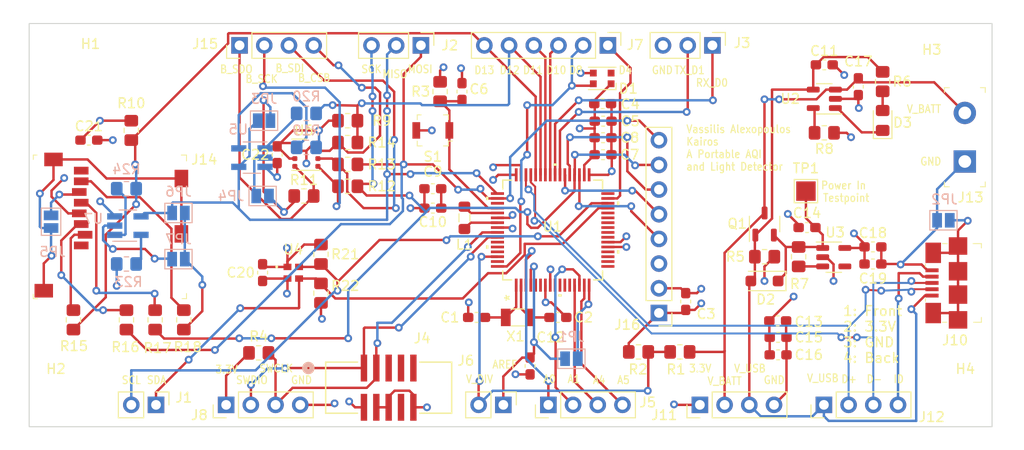
<source format=kicad_pcb>
(kicad_pcb (version 20240108) (generator "pcbnew") (generator_version "8.0")
  (layers (0 "F.Cu" signal) (1 "In1.Cu" power) (2 "In2.Cu" power) (31 "B.Cu" signal) (34 "B.Paste" user) (35 "F.Paste" user) (36 "B.SilkS" user "B.Silkscreen") (37 "F.SilkS" user "F.Silkscreen") (38 "B.Mask" user) (39 "F.Mask" user) (44 "Edge.Cuts" user))
  (net 0 "")
  (net 1 "GND")
  (net 2 "Net-(U1-PA00)")
  (net 3 "Net-(U1-PA01)")
  (net 4 "3.3V")
  (net 5 "Net-(U1-VDDCORE)")
  (net 6 "V_USB")
  (net 7 "AREF")
  (net 8 "Net-(Q1-S)")
  (net 9 "V_BATT")
  (net 11 "D8_Pix")
  (net 12 "Net-(D3-K)")
  (net 13 "Net-(D3-A)")
  (net 14 "SDA")
  (net 15 "SCL")
  (net 16 "MOSI")
  (net 17 "MISO")
  (net 18 "SCK")
  (net 19 "RX_D0")
  (net 20 "TX_D1")
  (net 21 "A0")
  (net 22 "A1")
  (net 23 "A4")
  (net 24 "A5")
  (net 25 "V_DIV")
  (net 26 "D4")
  (net 27 "D10")
  (net 28 "D11")
  (net 29 "D12")
  (net 30 "D13")
  (net 31 "SWDIO")
  (net 32 "SWCLK")
  (net 33 "D5")
  (net 34 "D6")
  (net 35 "D9")
  (net 36 "D-")
  (net 37 "D+")
  (net 38 "ID")
  (net 39 "Net-(JP2-A)")
  (net 41 "Net-(J14-CS)")
  (net 42 "Net-(J14-DATA_IN)")
  (net 43 "Net-(J14-SCLK)")
  (net 44 "Net-(J14-DATA_OUT)")
  (net 46 "Net-(J14-SHLD)")
  (net 47 "BME_SDO")
  (net 48 "BME_SCK")
  (net 49 "BME_SDI")
  (net 50 "BME_CSB")
  (net 51 "BME_MISO")
  (net 52 "Net-(JP4-B)")
  (net 53 "SD_MISO")
  (net 54 "Net-(JP7-B)")
  (net 55 "Net-(U1-VSW)")
  (net 56 "Net-(U3-EN)")
  (net 57 "Net-(U2-PROG)")
  (net 58 "Net-(U5-VCC)")
  (net 59 "Net-(R20-Pad1)")
  (net 60 "Net-(U7-VCC)")
  (net 61 "Net-(R24-Pad1)")
  (net 62 "~{RESET}")
  (footprint "Connector_PinHeader_2.54mm:PinHeader_1x08_P2.54mm_Vertical" (layer "F.Cu") (at 219.75 116.79 180)
    (property "Reference" "J16")
    (property "Value" "Conn_01x08")
  )
  (footprint "Resistor_SMD:R_0805_2012Metric_Pad1.20x1.40mm_HandSolder" (layer "F.Cu") (at 165.5 98 -90)
    (property "Reference" "R10")
    (property "Value" "3.3k")
  )
  (footprint "MountingHole:MountingHole_2.1mm" (layer "F.Cu") (at 251.25 125.75)
    (property "Reference" "H4")
    (property "Value" "MountingHole")
  )
  (footprint "Resistor_SMD:R_0805_2012Metric_Pad1.20x1.40mm_HandSolder" (layer "F.Cu") (at 217.65 120.8)
    (property "Reference" "R2")
    (property "Value" "100k")
  )
  (footprint "Capacitor_SMD:C_0603_1608Metric_Pad1.08x0.95mm_HandSolder" (layer "F.Cu") (at 241.75 109.99)
    (property "Reference" "C18")
    (property "Value" "10u")
  )
  (footprint "digikey-footprints:USB_Micro_B_Female_10118192" (layer "F.Cu") (at 250.5 113.7 90)
    (property "Reference" "J10")
    (property "Value" "10118192-0001LF")
  )
  (footprint "digikey-footprints:MicroSD_2908-05WB-MG" (layer "F.Cu") (at 160.35 109.84 90)
    (property "Reference" "J14")
    (property "Value" "2908-05WB-MG")
  )
  (footprint "Capacitor_SMD:C_0603_1608Metric_Pad1.08x0.95mm_HandSolder" (layer "F.Cu") (at 241.75 111.75)
    (property "Reference" "C19")
    (property "Value" "1u")
  )
  (footprint "Connector_PinHeader_2.54mm:PinHeader_1x06_P2.54mm_Vertical" (layer "F.Cu") (at 214.5 89.25 -90)
    (property "Reference" "J7")
    (property "Value" "Conn_01x06")
  )
  (footprint "Capacitor_SMD:C_0603_1608Metric_Pad1.08x0.95mm_HandSolder" (layer "F.Cu") (at 206.5 122.25 -90)
    (property "Reference" "C12")
    (property "Value" "1u")
  )
  (footprint "Resistor_SMD:R_0805_2012Metric_Pad1.20x1.40mm_HandSolder" (layer "F.Cu") (at 167.95 117.5 90)
    (property "Reference" "R17")
    (property "Value" "47k")
  )
  (footprint "Diode_SMD:D_SOD-123F" (layer "F.Cu") (at 230.6 113.5 180)
    (property "Reference" "D2")
    (property "Value" "Schottky")
  )
  (footprint "Capacitor_SMD:C_0603_1608Metric_Pad1.08x0.95mm_HandSolder" (layer "F.Cu") (at 180.5 100.5 -90)
    (property "Reference" "C22")
    (property "Value" "0.1u")
  )
  (footprint "Resistor_SMD:R_0805_2012Metric_Pad1.20x1.40mm_HandSolder" (layer "F.Cu") (at 236.75 98.25 180)
    (property "Reference" "R8")
    (property "Value" "2k")
  )
  (footprint "Connector_PinHeader_2.54mm:PinHeader_1x03_P2.54mm_Vertical" (layer "F.Cu") (at 195.275 89.25 -90)
    (property "Reference" "J2")
    (property "Value" "Conn_01x03")
  )
  (footprint "Capacitor_SMD:C_0603_1608Metric_Pad1.08x0.95mm_HandSolder" (layer "F.Cu") (at 161.1375 99)
    (property "Reference" "C21")
    (property "Value" "0.1u")
  )
  (footprint "Capacitor_SMD:C_0603_1608Metric_Pad1.08x0.95mm_HandSolder" (layer "F.Cu") (at 240.25 93.5 -90)
    (property "Reference" "C17")
    (property "Value" "4.7u")
  )
  (footprint "Resistor_SMD:R_0805_2012Metric_Pad1.20x1.40mm_HandSolder" (layer "F.Cu") (at 178.6 120.9 180)
    (property "Reference" "R4")
    (property "Value" "10K")
  )
  (footprint "Capacitor_SMD:C_0603_1608Metric_Pad1.08x0.95mm_HandSolder" (layer "F.Cu") (at 196.5 106 180)
    (property "Reference" "C10")
    (property "Value" "10u")
  )
  (footprint "Capacitor_SMD:C_0603_1608Metric_Pad1.08x0.95mm_HandSolder" (layer "F.Cu") (at 199.5 94 90)
    (property "Reference" "C6")
    (property "Value" "1u")
  )
  (footprint "digikey-footprints:Switch_Tactile_SMD_B3U-1000P" (layer "F.Cu") (at 196.5 98 180)
    (property "Reference" "S1")
    (property "Value" "B3U-1000P")
  )
  (footprint "Resistor_SMD:R_0805_2012Metric_Pad1.20x1.40mm_HandSolder" (layer "F.Cu") (at 197.25 94 90)
    (property "Reference" "R3")
    (property "Value" "10K")
  )
  (footprint "Connector_PinHeader_2.54mm:PinHeader_1x04_P2.54mm_Vertical" (layer "F.Cu") (at 176.63 89.25 90)
    (property "Reference" "J15")
    (property "Value" "Conn_01x04")
  )
  (footprint "MountingHole:MountingHole_2.1mm" (layer "F.Cu") (at 251.25 89.75)
    (property "Reference" "H3")
    (property "Value" "MountingHole")
  )
  (footprint "Capacitor_SMD:C_0603_1608Metric_Pad1.08x0.95mm_HandSolder" (layer "F.Cu") (at 196.5 104 180)
    (property "Reference" "C9")
    (property "Value" "1u")
  )
  (footprint "Connector_PinHeader_2.54mm:PinHeader_1x02_P2.54mm_Vertical" (layer "F.Cu") (at 203.75 126.25 -90)
    (property "Reference" "J6")
    (property "Value" "Conn_01x02")
  )
  (footprint "Resistor_SMD:R_0805_2012Metric_Pad1.20x1.40mm_HandSolder" (layer "F.Cu") (at 221.9 120.8)
    (property "Reference" "R1")
    (property "Value" "100k")
  )
  (footprint "Resistor_SMD:R_0805_2012Metric_Pad1.20x1.40mm_HandSolder" (layer "F.Cu") (at 187.75 97)
    (property "Reference" "R9")
    (property "Value" "3.3k")
  )
  (footprint "LED_SMD:LED_0805_2012Metric_Pad1.15x1.40mm_HandSolder" (layer "F.Cu") (at 242.75 96.975 90)
    (property "Reference" "D3")
    (property "Value" "LED")
  )
  (footprint "LTR329:LTR-329ALS-01_LTO" (layer "F.Cu") (at 182.1531 112.650001)
    (property "Reference" "U4")
    (property "Value" "LTR-329ALS-01")
  )
  (footprint "Capacitor_SMD:C_0603_1608Metric_Pad1.08x0.95mm_HandSolder" (layer "F.Cu") (at 232 121.1)
    (property "Reference" "C16")
    (property "Value" "1u")
  )
  (footprint "Capacitor_SMD:C_0603_1608Metric_Pad1.08x0.95mm_HandSolder" (layer "F.Cu") (at 201 117.25)
    (property "Reference" "C1")
    (property "Value" "22pF")
  )
  (footprint "MountingHole:MountingHole_2.1mm" (layer "F.Cu") (at 157.75 89.75)
    (property "Reference" "H1")
    (property "Value" "MountingHole")
  )
  (footprint "Resistor_SMD:R_0805_2012Metric_Pad1.20x1.40mm_HandSolder" (layer "F.Cu") (at 185 114.75 90)
    (property "Reference" "R22")
    (property "Value" "3.3k")
  )
  (footprint "Connector_PinHeader_2.54mm:PinHeader_1x03_P2.54mm_Vertical" (layer "F.Cu") (at 225.25 89.25 -90)
    (property "Reference" "J3")
    (property "Value" "Conn_01x03")
  )
  (footprint "Connector_PinHeader_2.54mm:PinHeader_1x04_P2.54mm_Vertical" (layer "F.Cu") (at 236.71 126.25 90)
    (property "Reference" "J12")
    (property "Value" "Conn_01x04")
  )
  (footprint "Capacitor_SMD:C_0603_1608Metric_Pad1.08x0.95mm_HandSolder" (layer "F.Cu") (at 214 100.5)
    (property "Reference" "C7")
    (property "Value" "1u")
  )
  (footprint "Capacitor_SMD:C_0603_1608Metric_Pad1.08x0.95mm_HandSolder" (layer "F.Cu") (at 179 112.6375 -90)
    (property "Reference" "C20")
    (property "Value" "1u")
  )
  (footprint "MountingHole:MountingHole_2.1mm" (layer "F.Cu") (at 157.75 125.75)
    (property "Reference" "H2")
    (property "Value" "MountingHole")
  )
  (footprint "Resistor_SMD:R_0805_2012Metric_Pad1.20x1.40mm_HandSolder" (layer "F.Cu") (at 187.75 99.25 180)
    (property "Reference" "R14")
    (property "Value" "0")
  )
  (footprint "Resistor_SMD:R_0805_2012Metric_Pad1.20x1.40mm_HandSolder" (layer "F.Cu") (at 165 117.5 90)
    (property "Reference" "R16")
    (property "Value" "47k")
  )
  (footprint "Capacitor_SMD:C_0603_1608Metric_Pad1.08x0.95mm_HandSolder" (layer "F.Cu") (at 214 98.75)
    (property "Reference" "C8")
    (property "Value" "10u")
  )
  (footprint "Package_LGA:Bosch_LGA-8_3x3mm_P0.8mm_ClockwisePinNumbering" (layer "F.Cu") (at 183.5 100.5 -90)
    (property "Reference" "U6")
    (property "Value" "BME688")
  )
  (footprint "Package_TO_SOT_SMD:SOT-23-5" (layer "F.Cu") (at 237.725 111.05)
    (property "Reference" "U3")
    (property "Value" "AP2112k-3.3V")
  )
  (footprint "Resistor_SMD:R_0805_2012Metric_Pad1.20x1.40mm_HandSolder" (layer "F.Cu") (at 230.6125 111 180)
    (property "Reference" "R5")
    (property "Value" "100k")
  )
  (footprint "LED_SMD:LED_WS2812B-2020_PLCC4_2.0x2.0mm" (layer "F.Cu") (at 213.915 92.65 180)
    (property "Reference" "D1")
    (property "Value" "WS2812B")
  )
  (footprint "Package_TO_SOT_SMD:SOT-23-5" (layer "F.Cu") (at 236.75 94.75 180)
    (property "Reference" "U2")
    (property "Value" "MCP73831")
  )
  (footprint "Resistor_SMD:R_0805_2012Metric_Pad1.20x1.40mm_HandSolder" (layer "F.Cu") (at 185 110.75 -90)
    (property "Reference" "R21")
    (property "Value" "3.3k")
  )
  (footprint "Capacitor_SMD:C_0603_1608Metric_Pad1.08x0.95mm_HandSolder" (layer "F.Cu") (at 232 119.3)
    (property "Reference" "C15")
    (property "Value" "1u")
  )
  (footprint "TestPoint:TestPoint_Pad_2.0x2.0mm" (layer "F.Cu") (at 234.8625 104.25)
    (property "Reference" "TP1")
    (property "Value" "Vin")
  )
  (footprint "digikey-footprints:Terminal_Block_D1.3mm_P5mm" (layer "F.Cu") (at 251.2 101.2 90)
    (property "Reference" "J13")
    (property "Value" "1935161")
  )
  (footprint "Connector_PinHeader_2.54mm:PinHeader_1x04_P2.54mm_Vertical" (layer "F.Cu") (at 208.38 126.25 90)
    (property "Reference" "J5")
    (property "Value" "Conn_01x04")
  )
  (footprint "Capacitor_SMD:C_0603_1608Metric_Pad1.08x0.95mm_HandSolder" (layer "F.Cu") (at 214.0125 97.05)
    (property "Reference" "C5")
    (property "Value" "1u")
  )
  (footprint "Capacitor_SMD:C_0603_1608Metric_Pad1.08x0.95mm_HandSolder" (layer "F.Cu") (at 222.5 115.6125 -90)
    (property "Reference" "C3")
    (property "Value" "0.1u")
  )
  (footprint "Connector_PinHeader_2.54mm:PinHeader_1x04_P2.54mm_Vertical" (layer "F.Cu") (at 175.25 126.25 90)
    (property "Reference" "J8")
    (property "Value" "Conn_01x04")
  )
  (footprint "Inductor_SMD:L_0805_2012Metric_Pad1.05x1.20mm_HandSolder" (layer "F.Cu") (at 199.75 107 -90)
    (property "Reference" "L1")
    (property "Value" "31 Ohm at 100 MHz")
  )
  (footprint "Resistor_SMD:R_0805_2012Metric_Pad1.20x1.40mm_HandSolder" (layer "F.Cu") (at 234.1125 111 90)
    (property "Reference" "R7")
    (property "Value" "10K")
  )
  (footprint "Capacitor_SMD:C_0603_1608Metric_Pad1.08x0.95mm_HandSolder" (layer "F.Cu") (at 231.9625 117.6)
    (property "Reference" "C13")
    (property "Value" "10u")
  )
  (footprint "Connector:CONN10_3221-10-0300-00_CNC" (layer "F.Cu") (at 191.96 124.480002)
    (property "Reference" "J4")
    (property "Value" "3221-10-0300-00")
  )
  (footprint "Resistor_SMD:R_0805_2012Metric_Pad1.20x1.40mm_HandSolder" (layer "F.Cu") (at 159.55 117.5 90)
    (property "Reference" "R15")
    (property "Value" "47k")
  )
  (footprint "SAMD51J19A-AUT:TQFP64_PT_MCH" (layer "F.Cu") (at 208.8231 108.25 90)
    (property "Reference" "U1")
    (property "Value" "ATSAMD51J19A-AUT")
  )
  (footprint "Resistor_SMD:R_0805_2012Metric_Pad1.20x1.40mm_HandSolder" (layer "F.Cu") (at 187.75 103.75 180)
    (property "Reference" "R12")
    (property "Value" "0")
  )
  (footprint "Resistor_SMD:R_0805_2012Metric_Pad1.20x1.40mm_HandSolder" (layer "F.Cu") (at 242.75 92.975 -90)
    (property "Reference" "R6")
    (property "Value" "1K")
  )
  (footprint "Resistor_SMD:R_0805_2012Metric_Pad1.20x1.40mm_HandSolder" (layer "F.Cu") (at 183.25 104.75)
    (property "Reference" "R11")
    (property "Value" "0")
  )
  (footprint "Capacitor_SMD:C_0603_1608Metric_Pad1.08x0.95mm_HandSolder" (layer "F.Cu") (at 236.75 91.25)
    (property "Reference" "C11")
    (property "Value" "4.7u")
  )
  (footprint "Capacitor_SMD:C_0603_1608Metric_Pad1.08x0.95mm_HandSolder" (layer "F.Cu") (at 234.975 108 180)
    (property "Reference" "C14")
    (property "Value" "10u")
  )
  (footprint "Connector_PinHeader_2.54mm:PinHeader_1x04_P2.54mm_Vertical" (layer "F.Cu") (at 223.96 126.25 90)
    (property "Reference" "J11")
    (property "Value" "Conn_01x04")
  )
  (footprint "Package_TO_SOT_SMD:SOT-23-3" (layer "F.Cu") (at 230.6125 107.6375 90)
    (property "Reference" "Q1")
    (property "Value" "DMG3415U-7")
  )
  (footprint "Resistor_SMD:R_0805_2012Metric_Pad1.20x1.40mm_HandSolder" (layer "F.Cu") (at 187.75 101.5 180)
    (property "Reference" "R13")
    (property "Value" "0")
  )
  (footprint "Connector_PinHeader_2.54mm:PinHeader_1x02_P2.54mm_Vertical" (layer "F.Cu") (at 168.04 126.25 -90)
    (property "Reference" "J1")
    (property "Value" "Conn_01x02")
  )
  (footprint "Resistor_SMD:R_0805_2012Metric_Pad1.20x1.40mm_HandSolder" (layer "F.Cu") (at 170.9 117.5 90)
    (property "Reference" "R18")
    (property "Value" "47k")
  )
  (footprint "Capacitor_SMD:C_0603_1608Metric_Pad1.08x0.95mm_HandSolder" (layer "F.Cu") (at 213.9625 95.25)
    (property "Reference" "C4")
    (property "Value" "0.1u")
  )
  (footprint "Capacitor_SMD:C_0603_1608Metric_Pad1.08x0.95mm_HandSolder" (layer "F.Cu") (at 209.3625 117.25 180)
    (property "Reference" "C2")
    (property "Value" "22pF")
  )
  (footprint "Crystal:Crystal_SMD_3215-2Pin_3.2x1.5mm" (layer "F.Cu") (at 205.25 117.25 180)
    (property "Reference" "X1")
    (property "Value" "32.768kHz")
  )
  (footprint "Resistor_SMD:R_0805_2012Metric_Pad1.20x1.40mm_HandSolder" (layer "B.Cu") (at 183.5 96.25)
    (property "Reference" "R20")
    (property "Value" "0")
  )
  (footprint "Jumper:SolderJumper-2_P1.3mm_Open_Pad1.0x1.5mm" (layer "B.Cu") (at 179 104.75 180)
    (property "Reference" "JP4")
    (property "Value" "SolderJumper_2_Open")
  )
  (footprint "Jumper:SolderJumper-2_P1.3mm_Open_Pad1.0x1.5mm" (layer "B.Cu") (at 157.25 107.4 -90)
    (property "Reference" "JP5")
    (property "Value" "SolderJumper_2_Open")
  )
  (footprint "Package_TO_SOT_SMD:SOT-23-5_HandSoldering" (layer "B.Cu") (at 165.15 107.8)
    (property "Reference" "U7")
    (property "Value" "74AHC1G125")
  )
  (footprint "Jumper:SolderJumper-2_P1.3mm_Open_Pad1.0x1.5mm" (layer "B.Cu") (at 210.75 121.5 180)
    (property "Reference" "JP1")
    (property "Value" "SolderJumper_2_Open")
  )
  (footprint "Resistor_SMD:R_0805_2012Metric_Pad1.20x1.40mm_HandSolder" (layer "B.Cu") (at 183.5 99.75)
    (property "Reference" "R19")
    (property "Value" "0")
  )
  (footprint "Jumper:SolderJumper-2_P1.3mm_Open_Pad1.0x1.5mm" (layer "B.Cu") (at 170.35 106.5 180)
    (property "Reference" "JP6")
    (property "Value" "SolderJumper_2_Open")
  )
  (footprint "Resistor_SMD:R_0805_2012Metric_Pad1.20x1.40mm_HandSolder" (layer "B.Cu") (at 165 111.75 180)
    (property "Reference" "R23")
    (property "Value" "0")
  )
  (footprint "Jumper:SolderJumper-2_P1.3mm_Open_Pad1.0x1.5mm" (layer "B.Cu") (at 170.35 111.25 180)
    (property "Reference" "JP7")
    (property "Value" "SolderJumper_2_Open")
  )
  (footprint "Resistor_SMD:R_0805_2012Metric_Pad1.20x1.40mm_HandSolder" (layer "B.Cu") (at 165 104)
    (property "Reference" "R24")
    (property "Value" "0")
  )
  (footprint "Jumper:SolderJumper-2_P1.3mm_Open_Pad1.0x1.5mm" (layer "B.Cu") (at 249 107.25 180)
    (property "Reference" "JP2")
    (property "Value" "SolderJumper_2_Open")
  )
  (footprint "Package_TO_SOT_SMD:SOT-23-5_HandSoldering" (layer "B.Cu") (at 177.9 100.8 180)
    (property "Reference" "U5")
    (property "Value" "74AHC1G125")
  )
  (footprint "Jumper:SolderJumper-2_P1.3mm_Open_Pad1.0x1.5mm" (layer "B.Cu") (at 179.15 97 180)
    (property "Reference" "JP3")
    (property "Value" "SolderJumper_2_Open")
  )
  (gr_rect (start 155 87) (end 254 128.5) (stroke (width 0.1)) (fill none) (layer "Edge.Cuts"))
  (gr_text "1: Front\n2: 3.3V\n3: GND\n4: Back" (at 238.6 122 0) (layer "F.SilkS") (effects (font (size 1 1)) (justify left bottom)))
  (gr_text "TX_D1" (at 222.9 91.8 0) (layer "F.SilkS") (effects (font (size 0.8 0.7) (thickness 0.12))))
  (gr_text "GND" (at 231.6 123.7 0) (layer "F.SilkS") (effects (font (size 0.8 0.7) (thickness 0.12))))
  (gr_text "GND" (at 247.7 101.2 0) (layer "F.SilkS") (effects (font (size 0.8 0.7) (thickness 0.12))))
  (gr_text "GND" (at 183 123.7 0) (layer "F.SilkS") (effects (font (size 0.8 0.7) (thickness 0.12))))
  (gr_text "D10" (at 209.2 91.8 0) (layer "F.SilkS") (effects (font (size 0.8 0.7) (thickness 0.12))))
  (gr_text "D11" (at 206.8 91.8 0) (layer "F.SilkS") (effects (font (size 0.8 0.7) (thickness 0.12))))
  (gr_text "MISO" (at 192.6 92.2 0) (layer "F.SilkS") (effects (font (size 0.8 0.7) (thickness 0.12))))
  (gr_text "3.3V" (at 224 122.5 0) (layer "F.SilkS") (effects (font (size 0.8 0.7) (thickness 0.12))))
  (gr_text "V_BATT" (at 247 95.8 0) (layer "F.SilkS") (effects (font (size 0.8 0.7) (thickness 0.12))))
  (gr_text "AREF" (at 203.9 122.1 0) (layer "F.SilkS") (effects (font (size 0.8 0.7) (thickness 0.12))))
  (gr_text "D12" (at 204.4 91.8 0) (layer "F.SilkS") (effects (font (size 0.8 0.7) (thickness 0.12))))
  (gr_text "V_USB" (at 236.6 123.5 0) (layer "F.SilkS") (effects (font (size 0.8 0.7) (thickness 0.12))))
  (gr_text "V_BATT" (at 226.5 123.8 0) (layer "F.SilkS") (effects (font (size 0.8 0.7) (thickness 0.12))))
  (gr_text "A1" (at 211 123.6 0) (layer "F.SilkS") (effects (font (size 0.8 0.7) (thickness 0.12))))
  (gr_text "3.3V" (at 175.3 122.6 0) (layer "F.SilkS") (effects (font (size 0.8 0.7) (thickness 0.12))))
  (gr_text "SWCLK" (at 180.4 122.5 0) (layer "F.SilkS") (effects (font (size 0.8 0.7) (thickness 0.12))))
  (gr_text "MOSI" (at 195.2 91.7 0) (layer "F.SilkS") (effects (font (size 0.8 0.7) (thickness 0.12))))
  (gr_text "B_CSB" (at 184.3 92.6 0) (layer "F.SilkS") (effects (font (size 0.8 0.7) (thickness 0.12))))
  (gr_text "A0" (at 208.5 123.6 0) (layer "F.SilkS") (effects (font (size 0.8 0.7) (thickness 0.12))))
  (gr_text "B_SDO" (at 176.3 91.7 0) (layer "F.SilkS") (effects (font (size 0.8 0.7) (thickness 0.12))))
  (gr_text "D-" (at 241.9 123.6 0) (layer "F.SilkS") (effects (font (size 0.8 0.7) (thickness 0.12))))
  (gr_text "B_SCK" (at 178.9 92.7 0) (layer "F.SilkS") (effects (font (size 0.8 0.7) (thickness 0.12))))
  (gr_text "A4" (at 213.6 123.7 0) (layer "F.SilkS") (effects (font (size 0.8 0.7) (thickness 0.12))))
  (gr_text "V_DIV" (at 201.3 123.6 0) (layer "F.SilkS") (effects (font (size 0.8 0.7) (thickness 0.12))))
  (gr_text "D+" (at 239.3 123.6 0) (layer "F.SilkS") (effects (font (size 0.8 0.7) (thickness 0.12))))
  (gr_text "Power In \nTestpoint" (at 239 104.3 0) (layer "F.SilkS") (effects (font (size 0.8 0.7) (thickness 0.12))))
  (gr_text "D13" (at 201.8 91.8 0) (layer "F.SilkS") (effects (font (size 0.8 0.7) (thickness 0.12))))
  (gr_text "ID" (at 244.4 123.6 0) (layer "F.SilkS") (effects (font (size 0.8 0.7) (thickness 0.12))))
  (gr_text "D8" (at 211.2 91.8 0) (layer "F.SilkS") (effects (font (size 0.8 0.7) (thickness 0.12))))
  (gr_text "Vassilis Alexopoulos\nKairos \nA Portable AQI\nand Light Detector" (at 222.5 99.8 0) (layer "F.SilkS") (effects (font (size 0.8 0.7) (thickness 0.12)) (justify left)))
  (gr_text "SWDIO" (at 177.9 123.7 0) (layer "F.SilkS") (effects (font (size 0.8 0.7) (thickness 0.12))))
  (gr_text "SCL" (at 165.5 123.7 0) (layer "F.SilkS") (effects (font (size 0.8 0.7) (thickness 0.12))))
  (gr_text "SDA" (at 168.1 123.7 0) (layer "F.SilkS") (effects (font (size 0.8 0.7) (thickness 0.12))))
  (gr_text "V_USB" (at 229.1 122.5 0) (layer "F.SilkS") (effects (font (size 0.8 0.7) (thickness 0.12))))
  (gr_text "A5" (at 216.1 123.7 0) (layer "F.SilkS") (effects (font (size 0.8 0.7) (thickness 0.12))))
  (gr_text "SCK" (at 190.2 91.7 0) (layer "F.SilkS") (effects (font (size 0.8 0.7) (thickness 0.12))))
  (gr_text "D4" (at 216.3 91.8 0) (layer "F.SilkS") (effects (font (size 0.8 0.7) (thickness 0.12))))
  (gr_text "GND" (at 220.1 91.8 0) (layer "F.SilkS") (effects (font (size 0.8 0.7) (thickness 0.12))))
  (gr_text "B_SDI" (at 181.8 91.6 0) (layer "F.SilkS") (effects (font (size 0.8 0.7) (thickness 0.12))))
  (gr_text "RX_D0" (at 225.2 93.1 0) (layer "F.SilkS") (effects (font (size 0.8 0.7) (thickness 0.12))))
  (segment (start 232.8625 119.3) (end 232.8625 121.1) (width 0.25) (layer "F.Cu") (net 1))
  (segment (start 214.875 97.05) (end 214.875 95.3) (width 0.25) (layer "F.Cu") (net 1))
  (segment (start 181.5562 113.25) (end 179.25 113.25) (width 0.25) (layer "F.Cu") (net 1))
  (segment (start 194.8 98) (end 196.4 98) (width 0.25) (layer "F.Cu") (net 1))
  (segment (start 215.8 109.5) (end 216.4 108.9) (width 0.25) (layer "F.Cu") (net 1))
  (segment (start 240.25 95.65) (end 240.3 95.7) (width 0.25) (layer "F.Cu") (net 1))
  (segment (start 208.073099 115.673099) (end 208.1 115.7) (width 0.25) (layer "F.Cu") (net 1))
  (segment (start 216.65 119.89) (end 219.75 116.79) (width 0.25) (layer "F.Cu") (net 1))
  (segment (start 199.5 91.7) (end 199.4 91.6) (width 0.25) (layer "F.Cu") (net 1))
  (segment (start 182.87 126.25) (end 186.25 126.25) (width 0.25) (layer "F.Cu") (net 1))
  (segment (start 205.5378 101.575) (end 202.925 101.575) (width 0.25) (layer "F.Cu") (net 1))
  (segment (start 184.3 99.3) (end 184.6875 99.3) (width 0.25) (layer "F.Cu") (net 1))
  (segment (start 190.69 126.5) (end 191.96 126.5) (width 0.25) (layer "F.Cu") (net 1))
  (segment (start 206.5 123.1125) (end 205.0125 123.1125) (width 0.25) (layer "F.Cu") (net 1))
  (segment (start 180.5 101.3625) (end 180.5 102.8) (width 0.25) (layer "F.Cu") (net 1))
  (segment (start 181.5562 113.25) (end 181.5562 114.7438) (width 0.25) (layer "F.Cu") (net 1))
  (segment (start 204.4 107) (end 204.7 106.7) (width 0.25) (layer "F.Cu") (net 1))
  (segment (start 240.25 94.3625) (end 239.8625 94.75) (width 0.25) (layer "F.Cu") (net 1))
  (segment (start 216.65 120.8) (end 216.65 119.89) (width 0.25) (layer "F.Cu") (net 1))
  (segment (start 214.5 109.5) (end 215.8 109.5) (width 0.25) (layer "F.Cu") (net 1))
  (segment (start 192.5748 124.7907) (end 194.0907 124.7907) (width 0.25) (layer "F.Cu") (net 1))
  (segment (start 199.5 93.1375) (end 199.5 91.7) (width 0.25) (layer "F.Cu") (net 1))
  (segment (start 182.3125 100.1) (end 183.5 100.1) (width 0.25) (layer "F.Cu") (net 1))
  (segment (start 239.05 98.25) (end 239.5 98.7) (width 0.25) (layer "F.Cu") (net 1))
  (segment (start 246.75 111.8) (end 244.6 111.8) (width 0.25) (layer "F.Cu") (net 1))
  (segment (start 223.425 116.475) (end 224.1 115.8) (width 0.25) (layer "F.Cu") (net 1))
  (segment (start 194.0907 124.7907) (end 194.5 125.2) (width 0.25) (layer "F.Cu") (net 1))
  (segment (start 232.8625 121.1) (end 232.8625 124.9675) (width 0.25) (layer "F.Cu") (net 1))
  (segment (start 208.073099 113.9269) (end 208.073099 115.673099) (width 0.25) (layer "F.Cu") (net 1))
  (segment (start 242.6125 111.75) (end 244.55 111.75) (width 0.25) (layer "F.Cu") (net 1))
  (segment (start 231.6125 111) (end 230.6 112.0125) (width 0.25) (layer "F.Cu") (net 1))
  (segment (start 195.6375 106) (end 194.2 106) (width 0.25) (layer "F.Cu") (net 1))
  (segment (start 158.1 104.6) (end 159.89 104.6) (width 0.25) (layer "F.Cu") (net 1))
  (segment (start 237.75 91.25) (end 238.8 92.3) (width 0.25) (layer "F.Cu") (net 1))
  (segment (start 214.5269 102.5731) (end 214.9 102.2) (width 0.25) (layer "F.Cu") (net 1))
  (segment (start 239.8625 94.75) (end 237.8875 94.75) (width 0.25) (layer "F.Cu") (net 1))
  (segment (start 191.96 125.4055) (end 192.5748 124.7907) (width 0.25) (layer "F.Cu") (net 1))
  (segment (start 237.75 98.25) (end 239.05 98.25) (width 0.25) (layer "F.Cu") (net 1))
  (segment (start 194.5 126.5) (end 195.9 126.5) (width 0.25) (layer "F.Cu") (net 1))
  (segment (start 200.1375 117.25) (end 200.1375 115.7625) (width 0.25) (layer "F.Cu") (net 1))
  (segment (start 219.75 116.79) (end 222.185 116.79) (width 0.25) (layer "F.Cu") (net 1))
  (segment (start 183.5 100.1) (end 184.3 99.3) (width 0.25) (layer "F.Cu") (net 1))
  (segment (start 186.25 126.25) (end 186.4 126.1) (width 0.25) (layer "F.Cu") (net 1))
  (segment (start 210.225 117.25) (end 208.675 115.7) (width 0.25) (layer "F.Cu") (net 1))
  (segment (start 214.8625 98.75) (end 214.8625 97.0625) (width 0.25) (layer "F.Cu") (net 1))
  (segment (start 200.1375 115.7625) (end 200.2 115.7) (width 0.25) (layer "F.Cu") (net 1))
  (segment (start 242.6125 109.99) (end 242.6125 111.75) (width 0.25) (layer "F.Cu") (net 1))
  (segment (start 212.5731 102.5731) (end 214.5269 102.5731) (width 0.25) (layer "F.Cu") (net 1))
  (segment (start 240.25 94.3625) (end 240.25 95.65) (width 0.25) (layer "F.Cu") (net 1))
  (segment (start 234.1125 107.7125) (end 233 106.6) (width 0.25) (layer "F.Cu") (net 1))
  (segment (start 181.5562 114.7438) (end 181.5 114.8) (width 0.25) (layer "F.Cu") (net 1))
  (segment (start 183.5 100.1) (end 183.5 101.4) (width 0.25) (layer "F.Cu") (net 1))
  (segment (start 222.5 116.475) (end 223.425 116.475) (width 0.25) (layer "F.Cu") (net 1))
  (segment (start 236.971751 111.05) (end 237.7 111.778249) (width 0.25) (layer "F.Cu") (net 1))
  (segment (start 205.573099 102.5731) (end 205.573099 101.610299) (width 0.25) (layer "F.Cu") (net 1))
  (segment (start 232.825 117.6) (end 232.825 119.2625) (width 0.25) (layer "F.Cu") (net 1))
  (segment (start 205.0125 123.1125) (end 205 123.1) (width 0.25) (layer "F.Cu") (net 1))
  (segment (start 194.5 125.2) (end 194.5 126.5) (width 0.25) (layer "F.Cu") (net 1))
  (segment (start 205.573099 101.610299) (end 205.5378 101.575) (width 0.25) (layer "F.Cu") (net 1))
  (segment (start 208.675 115.7) (end 208.1 115.7) (width 0.25) (layer "F.Cu") (net 1))
  (segment (start 244.55 111.75) (end 244.6 111.8) (width 0.25) (layer "F.Cu") (net 1))
  (segment (start 213 92.1) (end 211.7 92.1) (width 0.25) (layer "F.Cu") (net 1))
  (segment (start 214.9 102.2) (end 214.9 100.5375) (width 0.25) (layer "F.Cu") (net 1))
  (segment (start 203.1462 107) (end 204.4 107) (width 0.25) (layer "F.Cu") (net 1))
  (segment (start 202.925 101.575) (end 202.7 101.8) (width 0.25) (layer "F.Cu") (net 1))
  (segment (start 237.7 111.778249) (end 237.7 113.5) (width 0.25) (layer "F.Cu") (net 1))
  (segment (start 195.6375 104) (end 195.6375 106) (width 0.25) (layer "F.Cu") (net 1))
  (segment (start 214.8625 100.5) (end 214.8625 98.75) (width 0.25) (layer "F.Cu") (net 1))
  (segment (start 230.6 112.0125) (end 230.6 113.5) (width 0.25) (layer "F.Cu") (net 1))
  (segment (start 232.8625 124.9675) (end 231.58 126.25) (width 0.25) (layer "F.Cu") (net 1))
  (segment (start 247.35 112.4) (end 246.75 111.8) (width 0.25) (layer "F.Cu") (net 1))
  (segment (start 162 99) (end 163.6 99) (width 0.25) (layer "F.Cu") (net 1))
  (via (at 196.4 98) (size 0.8) (drill 0.4) (layers "F.Cu" "B.Cu") (net 1))
  (via (at 202.7 101.8) (size 0.8) (drill 0.4) (layers "F.Cu" "B.Cu") (net 1))
  (via (at 204.7 106.7) (size 0.8) (drill 0.4) (layers "F.Cu" "B.Cu") (net 1))
  (via (at 244.6 111.8) (size 0.8) (drill 0.4) (layers "F.Cu" "B.Cu") (net 1))
  (via (at 214.9 102.2) (size 0.8) (drill 0.4) (layers "F.Cu" "B.Cu") (net 1))
  (via (at 239.5 98.7) (size 0.8) (drill 0.4) (layers "F.Cu" "B.Cu") (net 1))
  (via (at 195.9 126.5) (size 0.8) (drill 0.4) (layers "F.Cu" "B.Cu") (net 1))
  (via (at 205 123.1) (size 0.8) (drill 0.4) (layers "F.Cu" "B.Cu") (net 1))
  (via (at 199.4 91.6) (size 0.8) (drill 0.4) (layers "F.Cu" "B.Cu") (net 1))
  (via (at 238.8 92.3) (size 0.8) (drill 0.4) (layers "F.Cu" "B.Cu") (net 1))
  (via (at 183.5 101.4) (size 0.8) (drill 0.4) (layers "F.Cu" "B.Cu") (net 1))
  (via (at 186.4 126.1) (size 0.8) (drill 0.4) (layers "F.Cu" "B.Cu") (net 1))
  (via (at 240.3 95.7) (size 0.8) (drill 0.4) (layers "F.Cu" "B.Cu") (net 1))
  (via (at 180.5 102.8) (size 0.8) (drill 0.4) (layers "F.Cu" "B.Cu") (net 1))
  (via (at 181.5 114.8) (size 0.8) (drill 0.4) (layers "F.Cu" "B.Cu") (net 1))
  (via (at 224.1 115.8) (size 0.8) (drill 0.4) (layers "F.Cu" "B.Cu") (net 1))
  (via (at 200.2 115.7) (size 0.8) (drill 0.4) (layers "F.Cu" "B.Cu") (net 1))
  (via (at 237.7 113.5) (size 0.8) (drill 0.4) (layers "F.Cu" "B.Cu") (net 1))
  (via (at 162.3 105.3) (size 0.8) (drill 0.4) (layers "F.Cu" "B.Cu") (net 1))
  (via (at 211.7 92.1) (size 0.8) (drill 0.4) (layers "F.Cu" "B.Cu") (net 1))
  (via (at 194.2 106) (size 0.8) (drill 0.4) (layers "F.Cu" "B.Cu") (net 1))
  (via (at 163.6 99) (size 0.8) (drill 0.4) (layers "F.Cu" "B.Cu") (net 1))
  (via (at 216.4 108.9) (size 0.8) (drill 0.4) (layers "F.Cu" "B.Cu") (net 1))
  (via (at 230.6 113.5) (size 0.8) (drill 0.4) (layers "F.Cu" "B.Cu") (net 1))
  (via (at 233 106.6) (size 0.8) (drill 0.4) (layers "F.Cu" "B.Cu") (net 1))
  (via (at 158.1 104.6) (size 0.8) (drill 0.4) (layers "F.Cu" "B.Cu") (net 1))
  (via (at 208.1 115.7) (size 0.8) (drill 0.4) (layers "F.Cu" "B.Cu") (net 1))
  (segment (start 157.25 106.75) (end 157.25 105.45) (width 0.25) (layer "B.Cu") (net 1))
  (segment (start 244.6 111.8) (end 248.35 108.05) (width 0.25) (layer "B.Cu") (net 1))
  (segment (start 157.25 105.45) (end 158.1 104.6) (width 0.25) (layer "B.Cu") (net 1))
  (segment (start 248.35 107.25) (end 248.35 104.05) (width 0.25) (layer "B.Cu") (net 1))
  (segment (start 180.5 102.8) (end 180.3 102.8) (width 0.25) (layer "B.Cu") (net 1))
  (segment (start 248.35 108.05) (end 248.35 107.25) (width 0.25) (layer "B.Cu") (net 1))
  (segment (start 163.8 106.8) (end 162.3 105.3) (width 0.25) (layer "B.Cu") (net 1))
  (segment (start 248.35 104.05) (end 251.2 101.2) (width 0.25) (layer "B.Cu") (net 1))
  (segment (start 180.3 102.8) (end 179.25 101.75) (width 0.25) (layer "B.Cu") (net 1))
  (segment (start 205.0731 113.9269) (end 205.0731 116.1769) (width 0.25) (layer "F.Cu") (net 2))
  (segment (start 205.0731 116.1769) (end 204 117.25) (width 0.25) (layer "F.Cu") (net 2))
  (segment (start 201.8625 117.25) (end 204 117.25) (width 0.25) (layer "F.Cu") (net 2))
  (segment (start 206.5 117.25) (end 205.573099 116.323099) (width 0.25) (layer "F.Cu") (net 3))
  (segment (start 206.5 117.25) (end 208.5 117.25) (width 0.25) (layer "F.Cu") (net 3))
  (segment (start 205.573099 116.323099) (end 205.573099 113.9269) (width 0.25) (layer "F.Cu") (net 3))
  (segment (start 222 114.25) (end 222.5 114.75) (width 0.25) (layer "F.Cu") (net 4))
  (segment (start 182.1375 98) (end 184.8 98) (width 0.25) (layer "F.Cu") (net 4))
  (segment (start 219.75 114.25) (end 222 114.25) (width 0.25) (layer "F.Cu") (net 4))
  (segment (start 213.1375 97.8) (end 213.1375 97.0625) (width 0.25) (layer "F.Cu") (net 4))
  (segment (start 188.5 126.5) (end 187.9 125.9) (width 0.25) (layer "F.Cu") (net 4))
  (segment (start 214.5 109.999999) (end 216.4 110) (width 0.25) (layer "F.Cu") (net 4))
  (segment (start 185 109.75) (end 183.276002 109.75) (width 0.25) (layer "F.Cu") (net 4))
  (segment (start 183.276002 109.75) (end 181.5562 111.469802) (width 0.25) (layer "F.Cu") (net 4))
  (segment (start 181.5562 112.050002) (end 181.5562 110.1562) (width 0.25) (layer "F.Cu") (net 4))
  (segment (start 223.96 126.25) (end 221.35 126.25) (width 0.25) (layer "F.Cu") (net 4))
  (segment (start 212.5731 113.9269) (end 212.5731 115.8269) (width 0.25) (layer "F.Cu") (net 4))
  (segment (start 197.25 91.85) (end 197.6 91.5) (width 0.25) (layer "F.Cu") (net 4))
  (segment (start 181.7625 100.9) (end 182.3125 100.9) (width 0.25) (layer "F.Cu") (net 4))
  (segment (start 160.275 99) (end 162.275 97) (width 0.25) (layer "F.Cu") (net 4))
  (segment (start 189.42 126.5) (end 188.5 126.5) (width 0.25) (layer "F.Cu") (net 4))
  (segment (start 197.25 93) (end 197.25 91.85) (width 0.25) (layer "F.Cu") (net 4))
  (segment (start 240.8875 109.6875) (end 239.8 108.6) (width 0.25) (layer "F.Cu") (net 4))
  (segment (start 212.073101 101.564399) (end 213.1375 100.5) (width 0.25) (layer "F.Cu") (net 4))
  (segment (start 159.014695 106.54) (end 157.3 104.825305) (width 0.25) (layer "F.Cu") (net 4))
  (segment (start 213.1375 98.75) (end 213.1375 97.8) (width 0.25) (layer "F.Cu") (net 4))
  (segment (start 212.073101 102.5731) (end 212.073101 101.564399) (width 0.25) (layer "F.Cu") (net 4))
  (segment (start 175.25 126.25) (end 175.25 123.25) (width 0.25) (layer "F.Cu") (net 4))
  (segment (start 205.0731 102.5731) (end 203.2269 102.5731) (width 0.25) (layer "F.Cu") (net 4))
  (segment (start 203.1462 108) (end 204.6 108) (width 0.25) (layer "F.Cu") (net 4))
  (segment (start 231.1 117.6) (end 233.6 115.1) (width 0.25) (layer "F.Cu") (net 4))
  (segment (start 185 115.75) (end 185 117.3) (width 0.25) (layer "F.Cu") (net 4))
  (segment (start 222.5 114.75) (end 223.65 114.75) (width 0.25) (layer "F.Cu") (net 4))
  (segment (start 231.1375 119.3) (end 231.1375 121.1) (width 0.25) (layer "F.Cu") (net 4))
  (segment (start 240.8875 109.99) (end 240.8875 111.75) (width 0.25) (layer "F.Cu") (net 4))
  (segment (start 212.5731 115.8269) (end 212.5 115.9) (width 0.25) (layer "F.Cu") (net 4))
  (segment (start 180.8375 99.3) (end 182.3125 99.3) (width 0.25) (layer "F.Cu") (net 4))
  (segment (start 162.275 97) (end 165.5 97) (width 0.25) (layer "F.Cu") (net 4))
  (segment (start 208.5731 112.3269) (end 208.6 112.3) (width 0.25) (layer "F.Cu") (net 4))
  (segment (start 185 117.3) (end 185.1 117.4) (width 0.25) (layer "F.Cu") (net 4))
  (segment (start 186.75 97) (end 185.8 97) (width 0.25) (layer "F.Cu") (net 4))
  (segment (start 185.8 97) (end 184.8 98) (width 0.25) (layer "F.Cu") (net 4))
  (segment (start 203.2269 102.5731) (end 202.7 103.1) (width 0.25) (layer "F.Cu") (net 4))
  (segment (start 208.5731 113.9269) (end 208.5731 112.3269) (width 0.25) (layer "F.Cu") (net 4))
  (segment (start 160.15 106.54) (end 159.014695 106.54) (width 0.25) (layer "F.Cu") (net 4))
  (segment (start 223.65 114.75) (end 224.1 114.3) (width 0.25) (layer "F.Cu") (net 4))
  (segment (start 213.1375 97.8) (end 211.6 97.8) (width 0.25) (layer "F.Cu") (net 4))
  (segment (start 213.15 97.05) (end 213.15 95.3) (width 0.25) (layer "F.Cu") (net 4))
  (segment (start 179.275002 112.050002) (end 181.5562 112.050002) (width 0.25) (layer "F.Cu") (net 4))
  (segment (start 213.1375 100.5) (end 213.1375 98.75) (width 0.25) (layer "F.Cu") (net 4))
  (segment (start 180.5 99.6375) (end 182.1375 98) (width 0.25) (layer "F.Cu") (net 4))
  (segment (start 175.25 123.25) (end 177.6 120.9) (width 0.25) (layer "F.Cu") (net 4))
  (segment (start 231.1 117.6) (end 231.1 119.2625) (width 0.25) (layer "F.Cu") (net 4))
  (segment (start 157.3 104.2) (end 158.6 102.9) (width 0.25) (layer "F.Cu") (net 4))
  (segment (start 238.8625 110.1) (end 240.7775 110.1) (width 0.25) (layer "F.Cu") (net 4))
  (segment (start 204.6 108) (end 204.7 108.1) (width 0.25) (layer "F.Cu") (net 4))
  (segment (start 180.5 99.6375) (end 181.7625 100.9) (width 0.25) (layer "F.Cu") (net 4))
  (segment (start 221.35 126.25) (end 221.3 126.2) (width 0.25) (layer "F.Cu") (net 4))
  (segment (start 181.5562 110.1562) (end 181.5 110.1) (width 0.25) (layer "F.Cu") (net 4))
  (segment (start 157.3 104.825305) (end 157.3 104.2) (width 0.25) (layer "F.Cu") (net 4))
  (segment (start 181.5562 111.469802) (end 181.5562 112.050002) (width 0.25) (layer "F.Cu") (net 4))
  (segment (start 213.1 94.93) (end 214.83 93.2) (width 0.25) (layer "F.Cu") (net 4))
  (via (at 187.9 125.9) (size 0.8) (drill 0.4) (layers "F.Cu" "B.Cu") (net 4))
  (via (at 164 114) (size 0.8) (drill 0.4) (layers "F.Cu" "B.Cu") (net 4))
  (via (at 221.3 126.2) (size 0.8) (drill 0.4) (layers "F.Cu" "B.Cu") (net 4))
  (via (at 162.275 97) (size 0.8) (drill 0.4) (layers "F.Cu" "B.Cu") (net 4))
  (via (at 204.7 108.1) (size 0.8) (drill 0.4) (layers "F.Cu" "B.Cu") (net 4))
  (via (at 181.5 110.1) (size 0.8) (drill 0.4) (layers "F.Cu" "B.Cu") (net 4))
  (via (at 185.1 117.4) (size 0.8) (drill 0.4) (layers "F.Cu" "B.Cu") (net 4))
  (via (at 208.6 112.3) (size 0.8) (drill 0.4) (layers "F.Cu" "B.Cu") (net 4))
  (via (at 202.7 103.1) (size 0.8) (drill 0.4) (layers "F.Cu" "B.Cu") (net 4))
  (via (at 158.6 102.9) (size 0.8) (drill 0.4) (layers "F.Cu" "B.Cu") (net 4))
  (via (at 239.8 108.6) (size 0.8) (drill 0.4) (layers "F.Cu" "B.Cu") (net 4))
  (via (at 184.8 98) (size 0.8) (drill 0.4) (layers "F.Cu" "B.Cu") (net 4))
  (via (at 211.6 97.8) (size 0.8) (drill 0.4) (layers "F.Cu" "B.Cu") (net 4))
  (via (at 197.6 91.5) (size 0.8) (drill 0.4) (layers "F.Cu" "B.Cu") (net 4))
  (via (at 216.4 110) (size 0.8) (drill 0.4) (layers "F.Cu" "B.Cu") (net 4))
  (via (at 212.5 115.9) (size 0.8) (drill 0.4) (layers "F.Cu" "B.Cu") (net 4))
  (via (at 233.6 115.1) (size 0.8) (drill 0.4) (layers "F.Cu" "B.Cu") (net 4))
  (via (at 224.1 114.3) (size 0.8) (drill 0.4) (layers "F.Cu" "B.Cu") (net 4))
  (segment (start 211.4 117) (end 212.5 115.9) (width 0.25) (layer "B.Cu") (net 4))
  (segment (start 164 111.75) (end 164 114) (width 0.25) (layer "B.Cu") (net 4))
  (segment (start 211.4 121.5) (end 211.4 117) (width 0.25) (layer "B.Cu") (net 4))
  (segment (start 184.8 98) (end 184.8 99.45) (width 0.25) (layer "B.Cu") (net 4))
  (segment (start 200.400001 106.500001) (end 199.75 105.85) (width 0.25) (layer "F.Cu") (net 5))
  (segment (start 203.1462 106.500001) (end 200.400001 106.500001) (width 0.25) (layer "F.Cu") (net 5))
  (segment (start 197.3625 104) (end 197.3625 106) (width 0.25) (layer "F.Cu") (net 5))
  (segment (start 197.3625 106) (end 199.6 106) (width 0.25) (layer "F.Cu") (net 5))
  (segment (start 231.3755 107.071251) (end 231.3755 93.8245) (width 0.25) (layer "F.Cu") (net 6))
  (segment (start 242.75 91.975) (end 241.225 90.45) (width 0.25) (layer "F.Cu") (net 6))
  (segment (start 235.6125 93.8) (end 235.6125 91.525) (width 0.25) (layer "F.Cu") (net 6))
  (segment (start 229.671751 108.775) (end 231.3755 107.071251) (width 0.25) (layer "F.Cu") (net 6))
  (segment (start 231.4 93.8) (end 235.6125 93.8) (width 0.25) (layer "F.Cu") (net 6))
  (segment (start 229.04 113.66) (end 229.04 126.25) (width 0.25) (layer "F.Cu") (net 6))
  (segment (start 236.6875 90.45) (end 235.8875 91.25) (width 0.25) (layer "F.Cu") (net 6))
  (segment (start 229.6125 111) (end 229.6125 108.825) (width 0.25) (layer "F.Cu") (net 6))
  (segment (start 241.225 90.45) (end 236.6875 90.45) (width 0.25) (layer "F.Cu") (net 6))
  (segment (start 229.2 113.5) (end 229.6125 113.0875) (width 0.25) (layer "F.Cu") (net 6))
  (segment (start 229.6125 113.0875) (end 229.6125 111) (width 0.25) (layer "F.Cu") (net 6))
  (segment (start 247.1 115) (end 247.825 115) (width 0.25) (layer "F.Cu") (net 6))
  (segment (start 231.3755 93.8245) (end 231.4 93.8) (width 0.25) (layer "F.Cu") (net 6))
  (segment (start 245.7 116.4) (end 247.1 115) (width 0.25) (layer "F.Cu") (net 6))
  (via (at 245.7 116.4) (size 0.8) (drill 0.4) (layers "F.Cu" "B.Cu") (net 6))
  (segment (start 236.71 126.25) (end 236.71 127.41) (width 0.25) (layer "B.Cu") (net 6))
  (segment (start 230.215 127.425) (end 235.535 127.425) (width 0.25) (layer "B.Cu") (net 6))
  (segment (start 236.71 127.41) (end 237.2 127.9) (width 0.25) (layer "B.Cu") (net 6))
  (segment (start 229.04 126.25) (end 230.215 127.425) (width 0.25) (layer "B.Cu") (net 6))
  (segment (start 246.2 127.9) (end 246.2 116.9) (width 0.25) (layer "B.Cu") (net 6))
  (segment (start 237.2 127.9) (end 246.2 127.9) (width 0.25) (layer "B.Cu") (net 6))
  (segment (start 235.535 127.425) (end 236.71 126.25) (width 0.25) (layer "B.Cu") (net 6))
  (segment (start 246.2 116.9) (end 245.7 116.4) (width 0.25) (layer "B.Cu") (net 6))
  (segment (start 206.573099 113.9269) (end 206.573099 112.326901) (width 0.25) (layer "F.Cu") (net 7))
  (segment (start 206.573099 112.326901) (end 206.9 112) (width 0.25) (layer "F.Cu") (net 7))
  (segment (start 205.687195 121.3875) (end 206.5 121.3875) (width 0.25) (layer "F.Cu") (net 7))
  (segment (start 206.9 120.9875) (end 206.5 121.3875) (width 0.25) (layer "F.Cu") (net 7))
  (segment (start 203.75 123.324695) (end 205.687195 121.3875) (width 0.25) (layer "F.Cu") (net 7))
  (segment (start 206.9 119.8) (end 206.9 120.9875) (width 0.25) (layer "F.Cu") (net 7))
  (segment (start 203.75 126.25) (end 203.75 123.324695) (width 0.25) (layer "F.Cu") (net 7))
  (via (at 206.9 112) (size 0.8) (drill 0.4) (layers "F.Cu" "B.Cu") (net 7))
  (via (at 206.9 119.8) (size 0.8) (drill 0.4) (layers "F.Cu" "B.Cu") (net 7))
  (segment (start 208.6 121.5) (end 210.1 121.5) (width 0.25) (layer "B.Cu") (net 7))
  (segment (start 206.9 112) (end 206.9 119.8) (width 0.25) (layer "B.Cu") (net 7))
  (segment (start 206.9 119.8) (end 208.6 121.5) (width 0.25) (layer "B.Cu") (net 7))
  (segment (start 232.7875 112.7125) (end 232.7875 110) (width 0.25) (layer "F.Cu") (net 8))
  (segment (start 232.7875 110) (end 231.5625 108.775) (width 0.25) (layer "F.Cu") (net 8))
  (segment (start 232 113.5) (end 232.7875 112.7125) (width 0.25) (layer "F.Cu") (net 8))
  (segment (start 236.5875 108.75) (end 235.8375 108) (width 0.25) (layer "F.Cu") (net 8))
  (segment (start 234.1125 110) (end 232.7875 110) (width 0.25) (layer "F.Cu") (net 8))
  (segment (start 235.8375 108) (end 234.8625 107.025) (width 0.25) (layer "F.Cu") (net 8))
  (segment (start 234.1125 110) (end 236.4875 110) (width 0.25) (layer "F.Cu") (net 8))
  (segment (start 234.8625 107.025) (end 234.8625 104.25) (width 0.25) (layer "F.Cu") (net 8))
  (segment (start 236.5875 110.1) (end 236.5875 108.75) (width 0.25) (layer "F.Cu") (net 8))
  (segment (start 222.9 120.8) (end 226.4 120.8) (width 0.25) (layer "F.Cu") (net 9))
  (segment (start 236.946751 93.8) (end 235.946751 94.8) (width 0.25) (layer "F.Cu") (net 9))
  (segment (start 248.05 93.05) (end 251.2 96.2) (width 0.25) (layer "F.Cu") (net 9))
  (segment (start 226.4 120.8) (end 226.5 120.7) (width 0.25) (layer "F.Cu") (net 9))
  (segment (start 226.5 110.603249) (end 230.603249 106.5) (width 0.25) (layer "F.Cu") (net 9))
  (segment (start 240.6625 93.05) (end 248.05 93.05) (width 0.25) (layer "F.Cu") (net 9))
  (segment (start 237.8875 93.8) (end 236.946751 93.8) (width 0.25) (layer "F.Cu") (net 9))
  (segment (start 230.6 94.8) (end 230.6 106.4875) (width 0.25) (layer "F.Cu") (net 9))
  (segment (start 226.5 126.25) (end 226.5 120.7) (width 0.25) (layer "F.Cu") (net 9))
  (segment (start 235.946751 94.8) (end 232.1 94.8) (width 0.25) (layer "F.Cu") (net 9))
  (segment (start 239.0875 93.8) (end 240.25 92.6375) (width 0.25) (layer "F.Cu") (net 9))
  (segment (start 240.25 92.6375) (end 240.6625 93.05) (width 0.25) (layer "F.Cu") (net 9))
  (segment (start 237.8875 93.8) (end 239.0875 93.8) (width 0.25) (layer "F.Cu") (net 9))
  (segment (start 226.5 120.7) (end 226.5 110.603249) (width 0.25) (layer "F.Cu") (net 9))
  (via (at 230.6 94.8) (size 0.8) (drill 0.4) (layers "F.Cu" "B.Cu") (net 9))
  (via (at 232.1 94.8) (size 0.8) (drill 0.4) (layers "F.Cu" "B.Cu") (net 9))
  (segment (start 232.1 94.8) (end 230.6 94.8) (width 0.25) (layer "B.Cu") (net 9))
  (segment (start 210.8 93.4) (end 212.8 93.4) (width 0.25) (layer "F.Cu") (net 11))
  (segment (start 205.499501 105.400499) (end 205.6 105.3) (width 0.25) (layer "F.Cu") (net 11))
  (segment (start 205.499501 110.6095) (end 205.499501 105.400499) (width 0.25) (layer "F.Cu") (net 11))
  (segment (start 206.2 100.5) (end 206.2 95.4) (width 0.25) (layer "F.Cu") (net 11))
  (segment (start 204.109001 112) (end 205.499501 110.6095) (width 0.25) (layer "F.Cu") (net 11))
  (segment (start 203.1462 112) (end 204.109001 112) (width 0.25) (layer "F.Cu") (net 11))
  (via (at 206.2 100.5) (size 0.8) (drill 0.4) (layers "F.Cu" "B.Cu") (net 11))
  (via (at 210.8 93.4) (size 0.8) (drill 0.4) (layers "F.Cu" "B.Cu") (net 11))
  (via (at 206.2 95.4) (size 0.8) (drill 0.4) (layers "F.Cu" "B.Cu") (net 11))
  (via (at 205.6 105.3) (size 0.8) (drill 0.4) (layers "F.Cu" "B.Cu") (net 11))
  (segment (start 205.599219 105.299219) (end 205.599219 101.100781) (width 0.25) (layer "B.Cu") (net 11))
  (segment (start 205.599219 101.100781) (end 206.2 100.5) (width 0.25) (layer "B.Cu") (net 11))
  (segment (start 205.6 105.3) (end 205.599219 105.299219) (width 0.25) (layer "B.Cu") (net 11))
  (segment (start 211.96 89.25) (end 210.8 90.41) (width 0.25) (layer "B.Cu") (net 11))
  (segment (start 210.8 90.41) (end 210.8 93.4) (width 0.25) (layer "B.Cu") (net 11))
  (segment (start 206.2 95.4) (end 208.8 95.4) (width 0.25) (layer "B.Cu") (net 11))
  (segment (start 208.8 95.4) (end 210.8 93.4) (width 0.25) (layer "B.Cu") (net 11))
  (segment (start 240.6 98.2) (end 242.55 98.2) (width 0.25) (layer "F.Cu") (net 12))
  (segment (start 238.1 95.7) (end 240.6 98.2) (width 0.25) (layer "F.Cu") (net 12))
  (segment (start 242.75 93.975) (end 242.75 95.95) (width 0.25) (layer "F.Cu") (net 13))
  (segment (start 209.8622 109.675) (end 205.949002 109.675) (width 0.25) (layer "F.Cu") (net 14))
  (segment (start 202.174695 112.7) (end 199.574695 115.3) (width 0.25) (layer "F.Cu") (net 14))
  (segment (start 182.75 116.25) (end 182.75 113.25) (width 0.25) (layer "F.Cu") (net 14))
  (segment (start 184.5 113.25) (end 185 113.75) (width 0.25) (layer "F.Cu") (net 14))
  (segment (start 205.949002 109.675) (end 205.949002 110.795689) (width 0.25) (layer "F.Cu") (net 14))
  (segment (start 176.7 116.3) (end 182.7 116.3) (width 0.25) (layer "F.Cu") (net 14))
  (segment (start 168.04 126.25) (end 168.04 124.96) (width 0.25) (layer "F.Cu") (net 14))
  (segment (start 199.574695 115.3) (end 186.474695 115.3) (width 0.25) (layer "F.Cu") (net 14))
  (segment (start 186.474695 115.3) (end 185 113.825305) (width 0.25) (layer "F.Cu") (net 14))
  (segment (start 182.7 116.3) (end 182.75 116.25) (width 0.25) (layer "F.Cu") (net 14))
  (segment (start 168.04 124.96) (end 171.4 121.6) (width 0.25) (layer "F.Cu") (net 14))
  (segment (start 204.044691 112.7) (end 202.174695 112.7) (width 0.25) (layer "F.Cu") (net 14))
  (segment (start 205.949002 110.795689) (end 204.044691 112.7) (width 0.25) (layer "F.Cu") (net 14))
  (segment (start 182.75 113.25) (end 184.5 113.25) (width 0.25) (layer "F.Cu") (net 14))
  (segment (start 213.537202 105.999999) (end 214.5 105.999999) (width 0.25) (layer "F.Cu") (net 14))
  (segment (start 209.8622 109.675) (end 213.537202 105.999999) (width 0.25) (layer "F.Cu") (net 14))
  (via (at 176.7 116.3) (size 0.8) (drill 0.4) (layers "F.Cu" "B.Cu") (net 14))
  (via (at 171.4 121.6) (size 0.8) (drill 0.4) (layers "F.Cu" "B.Cu") (net 14))
  (segment (start 171.4 121.6) (end 176.7 116.3) (width 0.25) (layer "B.Cu") (net 14))
  (segment (start 182.75 112.050002) (end 184.699998 112.050002) (width 0.25) (layer "F.Cu") (net 15))
  (segment (start 197.875 109.275) (end 197.9 109.3) (width 0.25) (layer "F.Cu") (net 15))
  (segment (start 186.7 113.6) (end 186.7 114.5) (width 0.25) (layer "F.Cu") (net 15))
  (segment (start 212.825305 105.5) (end 214.5 105.5) (width 0.25) (layer "F.Cu") (net 15))
  (segment (start 207.3 108.9) (end 209.425305 108.9) (width 0.25) (layer "F.Cu") (net 15))
  (segment (start 186.7 113.45) (end 186.7 113.6) (width 0.25) (layer "F.Cu") (net 15))
  (segment (start 186.7 113.6) (end 191.025 109.275) (width 0.25) (layer "F.Cu") (net 15))
  (segment (start 209.425305 108.9) (end 212.825305 105.5) (width 0.25) (layer "F.Cu") (net 15))
  (segment (start 185 111.75) (end 186.7 113.45) (width 0.25) (layer "F.Cu") (net 15))
  (segment (start 191.025 109.275) (end 197.875 109.275) (width 0.25) (layer "F.Cu") (net 15))
  (via (at 197.9 109.3) (size 0.8) (drill 0.4) (layers "F.Cu" "B.Cu") (net 15))
  (via (at 207.3 108.9) (size 0.8) (drill 0.4) (layers "F.Cu" "B.Cu") (net 15))
  (via (at 186.7 114.5) (size 0.8) (drill 0.4) (layers "F.Cu" "B.Cu") (net 15))
  (segment (start 186.7 114.5) (end 186.474695 114.5) (width 0.25) (layer "B.Cu") (net 15))
  (segment (start 198.3 108.9) (end 207.3 108.9) (width 0.25) (layer "B.Cu") (net 15))
  (segment (start 197.9 109.3) (end 198.3 108.9) (width 0.25) (layer "B.Cu") (net 15))
  (segment (start 178.274695 122.7) (end 165.5 122.7) (width 0.25) (layer "B.Cu") (net 15))
  (segment (start 186.474695 114.5) (end 178.274695 122.7) (width 0.25) (layer "B.Cu") (net 15))
  (segment (start 165.5 122.7) (end 165.5 126.25) (width 0.25) (layer "B.Cu") (net 15))
  (segment (start 167.1 120.6) (end 174.1 120.6) (width 0.25) (layer "F.Cu") (net 16))
  (segment (start 219.75 99.01) (end 217.74 97) (width 0.25) (layer "F.Cu") (net 16))
  (segment (start 196.5 101.5) (end 199.1 104.1) (width 0.25) (layer "F.Cu") (net 16))
  (segment (start 193.5 101.5) (end 196.5 101.5) (width 0.25) (layer "F.Cu") (net 16))
  (segment (start 203.1462 104.999999) (end 204.43572 104.999999) (width 0.25) (layer "F.Cu") (net 16))
  (segment (start 188.75 101.5) (end 193.5 101.5) (width 0.25) (layer "F.Cu") (net 16))
  (segment (start 165 118.5) (end 167.1 120.6) (width 0.25) (layer "F.Cu") (net 16))
  (segment (start 195.275 90.425) (end 193.5 92.2) (width 0.25) (layer "F.Cu") (net 16))
  (segment (start 193.5 92.2) (end 193.5 101.5) (width 0.25) (layer "F.Cu") (net 16))
  (segment (start 195.275 89.25) (end 195.275 90.425) (width 0.25) (layer "F.Cu") (net 16))
  (segment (start 201.4 104) (end 201.4 104.2166) (width 0.25) (layer "F.Cu") (net 16))
  (segment (start 217.74 97) (end 216.5 97) (width 0.25) (layer "F.Cu") (net 16))
  (segment (start 201.4 104.2166) (end 202.183399 104.999999) (width 0.25) (layer "F.Cu") (net 16))
  (segment (start 202.183399 104.999999) (end 203.1462 104.999999) (width 0.25) (layer "F.Cu") (net 16))
  (segment (start 204.43572 104.999999) (end 204.451789 104.98393) (width 0.25) (layer "F.Cu") (net 16))
  (via (at 204.451789 104.98393) (size 0.8) (drill 0.4) (layers "F.Cu" "B.Cu") (net 16))
  (via (at 174.1 120.6) (size 0.8) (drill 0.4) (layers "F.Cu" "B.Cu") (net 16))
  (via (at 193.5 101.5) (size 0.8) (drill 0.4) (layers "F.Cu" "B.Cu") (net 16))
  (via (at 199.1 104.1) (size 0.8) (drill 0.4) (layers "F.Cu" "B.Cu") (net 16))
  (via (at 201.4 104) (size 0.8) (drill 0.4) (layers "F.Cu" "B.Cu") (net 16))
  (via (at 216.5 97) (size 0.8) (drill 0.4) (layers "F.Cu" "B.Cu") (net 16))
  (segment (start 187.05 107.65) (end 192.075305 107.65) (width 0.25) (layer "B.Cu") (net 16))
  (segment (start 208.2 97) (end 204.451789 100.748211) (width 0.25) (layer "B.Cu") (net 16))
  (segment (start 193.425 105.050305) (end 193.3 104.925305) (width 0.25) (layer "B.Cu") (net 16))
  (segment (start 193.425 106.300305) (end 193.425 105.050305) (width 0.25) (layer "B.Cu") (net 16))
  (segment (start 199.1 104.1) (end 201.3 104.1) (width 0.25) (layer "B.Cu") (net 16))
  (segment (start 193.3 101.7) (end 193.5 101.5) (width 0.25) (layer "B.Cu") (net 16))
  (segment (start 174.1 120.6) (end 187.05 107.65) (width 0.25) (layer "B.Cu") (net 16))
  (segment (start 216.5 97) (end 208.2 97) (width 0.25) (layer "B.Cu") (net 16))
  (segment (start 193.3 104.925305) (end 193.3 101.7) (width 0.25) (layer "B.Cu") (net 16))
  (segment (start 201.3 104.1) (end 201.4 104) (width 0.25) (layer "B.Cu") (net 16))
  (segment (start 204.451789 100.748211) (end 204.451789 104.98393) (width 0.25) (layer "B.Cu") (net 16))
  (segment (start 192.075305 107.65) (end 193.425 106.300305) (width 0.25) (layer "B.Cu") (net 16))
  (segment (start 194.2 102.5) (end 191.8 102.5) (width 0.25) (layer "F.Cu") (net 17))
  (segment (start 201 102.4) (end 201 102.425305) (width 0.25) (layer "F.Cu") (net 17))
  (segment (start 201 102.425305) (end 203.074695 104.5) (width 0.25) (layer "F.Cu") (net 17))
  (segment (start 191.8 94.4) (end 191.8 96) (width 0.25) (layer "F.Cu") (net 17))
  (via (at 191.8 96) (size 0.8) (drill 0.4) (layers "F.Cu" "B.Cu") (net 17))
  (via (at 194.2 102.5) (size 0.8) (drill 0.4) (layers "F.Cu" "B.Cu") (net 17))
  (via (at 191.8 94.4) (size 0.8) (drill 0.4) (layers "F.Cu" "B.Cu") (net 17))
  (via (at 191.8 102.5) (size 0.8) (drill 0.4) (layers "F.Cu" "B.Cu") (net 17))
  (via (at 201 102.4) (size 0.8) (drill 0.4) (layers "F.Cu" "B.Cu") (net 17))
  (segment (start 175.925 105.425) (end 176.55 106.05) (width 0.25) (layer "B.Cu") (net 17))
  (segment (start 191.8 107.2) (end 191.8 102.5) (width 0.25) (layer "B.Cu") (net 17))
  (segment (start 177.655 100.645) (end 176.55 101.75) (width 0.25) (layer "B.Cu") (net 17))
  (segment (start 169.7 106.5) (end 166.85 106.5) (width 0.25) (layer "B.Cu") (net 17))
  (segment (start 194.3 102.4) (end 194.2 102.5) (width 0.25) (layer "B.Cu") (net 17))
  (segment (start 191.8 90.185) (end 192.735 89.25) (width 0.25) (layer "B.Cu") (net 17))
  (segment (start 191.8 102.5) (end 191.8 96) (width 0.25) (layer "B.Cu") (net 17))
  (segment (start 166.85 106.5) (end 166.5 106.85) (width 0.25) (layer "B.Cu") (net 17))
  (segment (start 178.5 97) (end 177.655 97.845) (width 0.25) (layer "B.Cu") (net 17))
  (segment (start 176.55 106.05) (end 177.7 107.2) (width 0.25) (layer "B.Cu") (net 17))
  (segment (start 169.7 106.5) (end 169.7 105.5) (width 0.25) (layer "B.Cu") (net 17))
  (segment (start 177.655 97.845) (end 177.655 100.645) (width 0.25) (layer "B.Cu") (net 17))
  (segment (start 201 102.4) (end 194.3 102.4) (width 0.25) (layer "B.Cu") (net 17))
  (segment (start 191.8 90.185) (end 191.8 94.4) (width 0.25) (layer "B.Cu") (net 17))
  (segment (start 169.775 105.425) (end 175.925 105.425) (width 0.25) (layer "B.Cu") (net 17))
  (segment (start 169.7 105.5) (end 169.775 105.425) (width 0.25) (layer "B.Cu") (net 17))
  (segment (start 176.55 101.75) (end 176.55 106.05) (width 0.25) (layer "B.Cu") (net 17))
  (segment (start 177.7 107.2) (end 191.8 107.2) (width 0.25) (layer "B.Cu") (net 17))
  (segment (start 211.1 102.546201) (end 211.073101 102.5731) (width 0.25) (layer "F.Cu") (net 18))
  (segment (start 219.75 101.55) (end 217.35 101.55) (width 0.25) (layer "F.Cu") (net 18))
  (segment (start 211.073101 102.5731) (end 211.073101 104.252204) (width 0.25) (layer "F.Cu") (net 18))
  (segment (start 190.3 94.5) (end 190.3 96) (width 0.25) (layer "F.Cu") (net 18))
  (segment (start 168.875 119.425) (end 176.575 119.425) (width 0.25) (layer "F.Cu") (net 18))
  (segment (start 176.575 119.425) (end 176.6 119.4) (width 0.25) (layer "F.Cu") (net 18))
  (segment (start 206.224001 107.649306) (end 206.224001 106.397117) (width 0.25) (layer "F.Cu") (net 18))
  (segment (start 188.75 103.75) (end 189.7 104.7) (width 0.25) (layer "F.Cu") (net 18))
  (segment (start 189.7 104.7) (end 194.1 104.7) (width 0.25) (layer "F.Cu") (net 18))
  (segment (start 179.9 119.4) (end 187.8 119.4) (width 0.25) (layer "F.Cu") (net 18))
  (segment (start 217.35 101.55) (end 217.3 101.6) (width 0.25) (layer "F.Cu") (net 18))
  (segment (start 211.1 100.5) (end 211.1 102.546201) (width 0.25) (layer "F.Cu") (net 18))
  (segment (start 207.300305 108.025) (end 206.599695 108.025) (width 0.25) (layer "F.Cu") (net 18))
  (segment (start 206.599695 108.025) (end 206.224001 107.649306) (width 0.25) (layer "F.Cu") (net 18))
  (segment (start 211.073101 104.252204) (end 207.300305 108.025) (width 0.25) (layer "F.Cu") (net 18))
  (segment (start 167.95 118.5) (end 168.875 119.425) (width 0.25) (layer "F.Cu") (net 18))
  (segment (start 190.4 103.5) (end 189 103.5) (width 0.25) (layer "F.Cu") (net 18))
  (via (at 187.8 119.4) (size 0.8) (drill 0.4) (layers "F.Cu" "B.Cu") (net 18))
  (via (at 179.9 119.4) (size 0.8) (drill 0.4) (layers "F.Cu" "B.Cu") (net 18))
  (via (at 190.3 96) (size 0.8) (drill 0.4) (layers "F.Cu" "B.Cu") (net 18))
  (via (at 194.1 104.7) (size 0.8) (drill 0.4) (layers "F.Cu" "B.Cu") (net 18))
  (via (at 211.1 100.5) (size 0.8) (drill 0.4) (layers "F.Cu" "B.Cu") (net 18))
  (via (at 217.3 101.6) (size 0.8) (drill 0.4) (layers "F.Cu" "B.Cu") (net 18))
  (via (at 190.3 94.5) (size 0.8) (drill 0.4) (layers "F.Cu" "B.Cu") (net 18))
  (via (at 190.4 103.5) (size 0.8) (drill 0.4) (layers "F.Cu" "B.Cu") (net 18))
  (via (at 206.224001 106.397117) (size 0.8) (drill 0.4) (layers "F.Cu" "B.Cu") (net 18))
  (via (at 176.6 119.4) (size 0.8) (drill 0.4) (layers "F.Cu" "B.Cu") (net 18))
  (segment (start 190.195 89.25) (end 190.195 91.505) (width 0.25) (layer "B.Cu") (net 18))
  (segment (start 190.3 103.4) (end 190.4 103.5) (width 0.25) (layer "B.Cu") (net 18))
  (segment (start 205.000098 105.9755) (end 205.421715 106.397117) (width 0.25) (layer "B.Cu") (net 18))
  (segment (start 217.3 101.6) (end 217.175 101.475) (width 0.25) (layer "B.Cu") (net 18))
  (segment (start 190.3 91.61) (end 190.3 94.5) (width 0.25) (layer "B.Cu") (net 18))
  (segment (start 205.421715 106.397117) (end 206.224001 106.397117) (width 0.25) (layer "B.Cu") (net 18))
  (segment (start 217.175 101.475) (end 216.2 100.5) (width 0.25) (layer "B.Cu") (net 18))
  (segment (start 187.8 119.4) (end 187.8 114.4) (width 0.25) (layer "B.Cu") (net 18))
  (segment (start 187.8 114.4) (end 195.8 106.4) (width 0.25) (layer "B.Cu") (net 18))
  (segment (start 194.1 104.7) (end 195.8 106.4) (width 0.25) (layer "B.Cu") (net 18))
  (segment (start 190.195 91.505) (end 190.3 91.61) (width 0.25) (layer "B.Cu") (net 18))
  (segment (start 195.8 106.4) (end 196.2245 105.9755) (width 0.25) (layer "B.Cu") (net 18))
  (segment (start 176.6 119.4) (end 179.9 119.4) (width 0.25) (layer "B.Cu") (net 18))
  (segment (start 190.3 96) (end 190.3 103.4) (width 0.25) (layer "B.Cu") (net 18))
  (segment (start 216.2 100.5) (end 211.1 100.5) (width 0.25) (layer "B.Cu") (net 18))
  (segment (start 196.2245 105.9755) (end 205.000098 105.9755) (width 0.25) (layer "B.Cu") (net 18))
  (segment (start 225.25 94.85) (end 225.25 89.25) (width 0.25) (layer "F.Cu") (net 19))
  (segment (start 209.0731 102.5731) (end 209.0731 97.3269) (width 0.25) (layer "F.Cu") (net 19))
  (segment (start 209.0731 97.3269) (end 211.5 94.9) (width 0.25) (layer "F.Cu") (net 19))
  (segment (start 225.3 94.9) (end 225.25 94.85) (width 0.25) (layer "F.Cu") (net 19))
  (via (at 225.3 94.9) (size 0.8) (drill 0.4) (layers "F.Cu" "B.Cu") (net 19))
  (via (at 211.5 94.9) (size 0.8) (drill 0.4) (layers "F.Cu" "B.Cu") (net 19))
  (segment (start 211.5 94.9) (end 225.3 94.9) (width 0.25) (layer "B.Cu") (net 19))
  (segment (start 209.573101 98.026899) (end 211.5 96.1) (width 0.25) (layer "F.Cu") (net 20))
  (segment (start 222.6 96.1) (end 222.71 95.99) (width 0.25) (layer "F.Cu") (net 20))
  (segment (start 209.573101 102.5731) (end 209.573101 98.026899) (width 0.25) (layer "F.Cu") (net 20))
  (segment (start 222.71 95.99) (end 222.71 89.25) (width 0.25) (layer "F.Cu") (net 20))
  (via (at 211.5 96.1) (size 0.8) (drill 0.4) (layers "F.Cu" "B.Cu") (net 20))
  (via (at 222.6 96.1) (size 0.8) (drill 0.4) (layers "F.Cu" "B.Cu") (net 20))
  (segment (start 211.5 96.1) (end 222.6 96.1) (width 0.25) (layer "B.Cu") (net 20))
  (segment (start 206.0731 113.9269) (end 206.0731 111.307281) (width 0.25) (layer "F.Cu") (net 21))
  (segment (start 206.673502 110.706879) (end 206.673502 110.4) (width 0.25) (layer "F.Cu") (net 21))
  (segment (start 208.38 123.82) (end 208.4 123.8) (width 0.25) (layer "F.Cu") (net 21))
  (segment (start 208.38 126.25) (end 208.38 123.82) (width 0.25) (layer "F.Cu") (net 21))
  (segment (start 206.0731 111.307281) (end 206.673502 110.706879) (width 0.25) (layer "F.Cu") (net 21))
  (via (at 208.4 123.8) (size 0.8) (drill 0.4) (layers "F.Cu" "B.Cu") (net 21))
  (via (at 206.673502 110.4) (size 0.8) (drill 0.4) (layers "F.Cu" "B.Cu") (net 21))
  (segment (start 208.4 123.8) (end 206.1 121.5) (width 0.25) (layer "B.Cu") (net 21))
  (segment (start 206.1 121.5) (end 206.1 110.973502) (width 0.25) (layer "B.Cu") (net 21))
  (segment (start 206.1 110.973502) (end 206.673502 110.4) (width 0.25) (layer "B.Cu") (net 21))
  (segment (start 210.909001 112.3) (end 211.5731 112.964099) (width 0.25) (layer "F.Cu") (net 22))
  (segment (start 210.92 126.25) (end 209.125 124.455) (width 0.25) (layer "F.Cu") (net 22))
  (segment (start 209.125 119.325) (end 209.1 119.3) (width 0.25) (layer "F.Cu") (net 22))
  (segment (start 209.8 112.3) (end 210.909001 112.3) (width 0.25) (layer "F.Cu") (net 22))
  (segment (start 209.125 124.455) (end 209.125 119.325) (width 0.25) (layer "F.Cu") (net 22))
  (segment (start 211.5731 112.964099) (end 211.5731 113.9269) (width 0.25) (layer "F.Cu") (net 22))
  (via (at 209.1 119.3) (size 0.8) (drill 0.4) (layers "F.Cu" "B.Cu") (net 22))
  (via (at 209.8 112.3) (size 0.8) (drill 0.4) (layers "F.Cu" "B.Cu") (net 22))
  (segment (start 209.1 119.3) (end 209.1 113) (width 0.25) (layer "B.Cu") (net 22))
  (segment (start 209.1 113) (end 209.8 112.3) (width 0.25) (layer "B.Cu") (net 22))
  (segment (start 211.0875 123.8775) (end 213.46 126.25) (width 0.25) (layer "F.Cu") (net 23))
  (segment (start 211.0875 113.941299) (end 211.0875 123.8775) (width 0.25) (layer "F.Cu") (net 23))
  (segment (start 212.073101 113.9269) (end 212.073101 115.301594) (width 0.25) (layer "F.Cu") (net 24))
  (segment (start 211.775 122.025) (end 216 126.25) (width 0.25) (layer "F.Cu") (net 24))
  (segment (start 211.775 115.599695) (end 211.775 122.025) (width 0.25) (layer "F.Cu") (net 24))
  (segment (start 212.073101 115.301594) (end 211.775 115.599695) (width 0.25) (layer "F.Cu") (net 24))
  (segment (start 201.21 123.89) (end 201.3 123.8) (width 0.25) (layer "F.Cu") (net 25))
  (segment (start 218.65 120.8) (end 220.9 120.8) (width 0.25) (layer "F.Cu") (net 25))
  (segment (start 218.65 120.8) (end 218.65 124.75) (width 0.25) (layer "F.Cu") (net 25))
  (segment (start 201.5 111) (end 203.1462 111) (width 0.25) (layer "F.Cu") (net 25))
  (segment (start 218.65 124.75) (end 218.6 124.8) (width 0.25) (layer "F.Cu") (net 25))
  (segment (start 201.21 126.25) (end 201.21 123.89) (width 0.25) (layer "F.Cu") (net 25))
  (via (at 201.5 111) (size 0.8) (drill 0.4) (layers "F.Cu" "B.Cu") (net 25))
  (via (at 201.3 123.8) (size 0.8) (drill 0.4) (layers "F.Cu" "B.Cu") (net 25))
  (via (at 218.6 124.8) (size 0.8) (drill 0.4) (layers "F.Cu" "B.Cu") (net 25))
  (segment (start 201.3 111.2) (end 201.5 111) (width 0.25) (layer "B.Cu") (net 25))
  (segment (start 202.66 124.8) (end 201.21 126.25) (width 0.25) (layer "B.Cu") (net 25))
  (segment (start 201.3 123.8) (end 201.3 111.2) (width 0.25) (layer "B.Cu") (net 25))
  (segment (start 218.6 124.8) (end 202.66 124.8) (width 0.25) (layer "B.Cu") (net 25))
  (segment (start 214.5 104.999999) (end 215.462801 104.999999) (width 0.25) (layer "F.Cu") (net 26))
  (segment (start 215.749501 94.175097) (end 216.8245 93.100098) (width 0.25) (layer "F.Cu") (net 26))
  (segment (start 215.462801 104.999999) (end 215.749501 104.713299) (width 0.25) (layer "F.Cu") (net 26))
  (segment (start 215.749501 104.713299) (end 215.749501 94.175097) (width 0.25) (layer "F.Cu") (net 26))
  (segment (start 216.8245 91.5745) (end 214.5 89.25) (width 0.25) (layer "F.Cu") (net 26))
  (segment (start 216.8245 93.100098) (end 216.8245 91.5745) (width 0.25) (layer "F.Cu") (net 26))
  (segment (start 208.5731 90.0969) (end 209.42 89.25) (width 0.25) (layer "F.Cu") (net 27))
  (segment (start 208.5731 102.5731) (end 208.5731 90.0969) (width 0.25) (layer "F.Cu") (net 27))
  (segment (start 208.073099 90.443099) (end 206.88 89.25) (width 0.25) (layer "F.Cu") (net 28))
  (segment (start 208.073099 102.5731) (end 208.073099 90.443099) (width 0.25) (layer "F.Cu") (net 28))
  (segment (start 207.5731 92.4831) (end 204.34 89.25) (width 0.25) (layer "F.Cu") (net 29))
  (segment (start 189 95.2) (end 189.2 95.2) (width 0.25) (layer "F.Cu") (net 29))
  (segment (start 188.75 95.45) (end 188.75 97) (width 0.25) (layer "F.Cu") (net 29))
  (segment (start 186.2 95.4) (end 188.75 95.45) (width 0.25) (layer "F.Cu") (net 29))
  (segment (start 207.5731 102.5731) (end 207.5731 92.4831) (width 0.25) (layer "F.Cu") (net 29))
  (segment (start 188.75 99.25) (end 188.75 97) (width 0.25) (layer "F.Cu") (net 29))
  (segment (start 188.75 95.45) (end 189 95.2) (width 0.25) (layer "F.Cu") (net 29))
  (via (at 186.2 95.4) (size 0.8) (drill 0.4) (layers "F.Cu" "B.Cu") (net 29))
  (via (at 189.2 95.2) (size 0.8) (drill 0.4) (layers "F.Cu" "B.Cu") (net 29))
  (segment (start 189.225 95.225) (end 195.225 95.225) (width 0.25) (layer "B.Cu") (net 29))
  (segment (start 195.225 95.225) (end 195.4 95.4) (width 0.25) (layer "B.Cu") (net 29))
  (segment (start 204.2 95.4) (end 204.34 95.26) (width 0.25) (layer "B.Cu") (net 29))
  (segment (start 189.2 95.2) (end 189.225 95.225) (width 0.25) (layer "B.Cu") (net 29))
  (segment (start 204.34 95.26) (end 204.34 89.25) (width 0.25) (layer "B.Cu") (net 29))
  (segment (start 185.35 95.4) (end 184.5 96.25) (width 0.25) (layer "B.Cu") (net 29))
  (segment (start 186.2 95.4) (end 185.35 95.4) (width 0.25) (layer "B.Cu") (net 29))
  (segment (start 195.4 95.4) (end 204.2 95.4) (width 0.25) (layer "B.Cu") (net 29))
  (segment (start 175.455 88.075) (end 175.53 88) (width 0.25) (layer "F.Cu") (net 30))
  (segment (start 175.455 89.045) (end 175.455 88.075) (width 0.25) (layer "F.Cu") (net 30))
  (segment (start 207.073101 94.523101) (end 201.8 89.25) (width 0.25) (layer "F.Cu") (net 30))
  (segment (start 200.55 88) (end 201.8 89.25) (width 0.25) (layer "F.Cu") (net 30))
  (segment (start 165.5 99) (end 175.455 89.045) (width 0.25) (layer "F.Cu") (net 30))
  (segment (start 159.55 118.5) (end 162.875 115.175) (width 0.25) (layer "F.Cu") (net 30))
  (segment (start 165.9 101.5) (end 165.9 99.4) (width 0.25) (layer "F.Cu") (net 30))
  (segment (start 162.875 108.725) (end 166 105.6) (width 0.25) (layer "F.Cu") (net 30))
  (segment (start 207.073101 102.5731) (end 207.073101 94.523101) (width 0.25) (layer "F.Cu") (net 30))
  (segment (start 162.875 115.175) (end 162.875 108.725) (width 0.25) (layer "F.Cu") (net 30))
  (segment (start 175.53 88) (end 200.55 88) (width 0.25) (layer "F.Cu") (net 30))
  (via (at 166 105.6) (size 0.8) (drill 0.4) (layers "F.Cu" "B.Cu") (net 30))
  (via (at 165.9 101.5) (size 0.8) (drill 0.4) (layers "F.Cu" "B.Cu") (net 30))
  (segment (start 166 104) (end 166 101.6) (width 0.25) (layer "B.Cu") (net 30))
  (segment (start 166 105.6) (end 166 104) (width 0.25) (layer "B.Cu") (net 30))
  (segment (start 166 101.6) (end 165.9 101.5) (width 0.25) (layer "B.Cu") (net 30))
  (segment (start 189.42 118.38) (end 189.42 122.460004) (width 0.25) (layer "F.Cu") (net 31))
  (segment (start 200.4 110.7834) (end 200.4 111) (width 0.25) (layer "F.Cu") (net 31))
  (segment (start 189.42 122.460004) (end 181.339996 122.460004) (width 0.25) (layer "F.Cu") (net 31))
  (segment (start 203.1462 109.000001) (end 202.183399 109.000001) (width 0.25) (layer "F.Cu") (net 31))
  (segment (start 202.183399 109.000001) (end 200.4 110.7834) (width 0.25) (layer "F.Cu") (net 31))
  (segment (start 193 118.3) (end 189.5 118.3) (width 0.25) (layer "F.Cu") (net 31))
  (segment (start 177.8 124.2) (end 177.8 126.24) (width 0.25) (layer "F.Cu") (net 31))
  (segment (start 189.5 118.3) (end 189.42 118.38) (width 0.25) (layer "F.Cu") (net 31))
  (segment (start 181.339996 122.460004) (end 181.3 122.5) (width 0.25) (layer "F.Cu") (net 31))
  (via (at 181.3 122.5) (size 0.8) (drill 0.4) (layers "F.Cu" "B.Cu") (net 31))
  (via (at 177.8 124.2) (size 0.8) (drill 0.4) (layers "F.Cu" "B.Cu") (net 31))
  (via (at 200.4 111) (size 0.8) (drill 0.4) (layers "F.Cu" "B.Cu") (net 31))
  (via (at 193 118.3) (size 0.8) (drill 0.4) (layers "F.Cu" "B.Cu") (net 31))
  (segment (start 193.1 118.3) (end 193 118.3) (width 0.25) (layer "B.Cu") (net 31))
  (segment (start 200.4 111) (end 193.1 118.3) (width 0.25) (layer "B.Cu") (net 31))
  (segment (start 181.3 122.5) (end 179.5 122.5) (width 0.25) (layer "B.Cu") (net 31))
  (segment (start 179.5 122.5) (end 177.8 124.2) (width 0.25) (layer "B.Cu") (net 31))
  (segment (start 180.33 121.63) (end 179.6 120.9) (width 0.25) (layer "F.Cu") (net 32))
  (segment (start 180.33 126.25) (end 180.33 121.63) (width 0.25) (layer "F.Cu") (net 32))
  (segment (start 182.08 124.5) (end 189.704104 124.5) (width 0.25) (layer "F.Cu") (net 32))
  (segment (start 190.69 123.514104) (end 189.704104 124.5) (width 0.25) (layer "F.Cu") (net 32))
  (segment (start 182.08 124.5) (end 180.33 126.25) (width 0.25) (layer "F.Cu") (net 32))
  (segment (start 203.1462 108.5) (end 201.6 108.5) (width 0.25) (layer "F.Cu") (net 32))
  (segment (start 190.69 120.01) (end 190.69 122.460004) (width 0.25) (layer "F.Cu") (net 32))
  (segment (start 201.6 108.5) (end 200.1 110) (width 0.25) (layer "F.Cu") (net 32))
  (segment (start 190.8 119.9) (end 190.69 120.01) (width 0.25) (layer "F.Cu") (net 32))
  (via (at 200.1 110) (size 0.8) (drill 0.4) (layers "F.Cu" "B.Cu") (net 32))
  (via (at 190.8 119.9) (size 0.8) (drill 0.4) (layers "F.Cu" "B.Cu") (net 32))
  (segment (start 200.1 110) (end 192.3 117.8) (width 0.25) (layer "B.Cu") (net 32))
  (segment (start 192.3 117.8) (end 190.8 117.8) (width 0.25) (layer "B.Cu") (net 32))
  (segment (start 190.8 117.8) (end 190.8 119.9) (width 0.25) (layer "B.Cu") (net 32))
  (segment (start 211.5731 105.7269) (end 211.5731 102.5731) (width 0.25) (layer "F.Cu") (net 33))
  (segment (start 211.5 105.8) (end 211.5731 105.7269) (width 0.25) (layer "F.Cu") (net 33))
  (segment (start 219.75 109.17) (end 216.9 106.32) (width 0.25) (layer "F.Cu") (net 33))
  (segment (start 216.9 106.32) (end 216.9 105.8) (width 0.25) (layer "F.Cu") (net 33))
  (via (at 211.5 105.8) (size 0.8) (drill 0.4) (layers "F.Cu" "B.Cu") (net 33))
  (via (at 216.9 105.8) (size 0.8) (drill 0.4) (layers "F.Cu" "B.Cu") (net 33))
  (segment (start 216.9 105.8) (end 211.5 105.8) (width 0.25) (layer "B.Cu") (net 33))
  (segment (start 210.6 98.7) (end 210.375 98.925) (width 0.25) (layer "F.Cu") (net 34))
  (segment (start 218.39 104.09) (end 216.5 102.2) (width 0.25) (layer "F.Cu") (net 34))
  (segment (start 216.5 102.2) (end 216.5 98.7) (width 0.25) (layer "F.Cu") (net 34))
  (segment (start 219.75 104.09) (end 218.39 104.09) (width 0.25) (layer "F.Cu") (net 34))
  (segment (start 210.573099 101.65) (end 210.573099 102.5731) (width 0.25) (layer "F.Cu") (net 34))
  (segment (start 210.375 98.925) (end 210.375 101.451901) (width 0.25) (layer "F.Cu") (net 34))
  (segment (start 210.375 101.451901) (end 210.573099 101.65) (width 0.25) (layer "F.Cu") (net 34))
  (via (at 216.5 98.7) (size 0.8) (drill 0.4) (layers "F.Cu" "B.Cu") (net 34))
  (via (at 210.6 98.7) (size 0.8) (drill 0.4) (layers "F.Cu" "B.Cu") (net 34))
  (segment (start 216.5 98.7) (end 210.6 98.7) (width 0.25) (layer "B.Cu") (net 34))
  (segment (start 210.1 102.6) (end 210.0731 102.5731) (width 0.25) (layer "F.Cu") (net 35))
  (segment (start 217.32 104.2) (end 217 104.2) (width 0.25) (layer "F.Cu") (net 35))
  (segment (start 219.75 106.63) (end 217.32 104.2) (width 0.25) (layer "F.Cu") (net 35))
  (segment (start 210.1 104.2) (end 210.1 102.6) (width 0.25) (layer "F.Cu") (net 35))
  (via (at 210.1 104.2) (size 0.8) (drill 0.4) (layers "F.Cu" "B.Cu") (net 35))
  (via (at 217 104.2) (size 0.8) (drill 0.4) (layers "F.Cu" "B.Cu") (net 35))
  (segment (start 217 104.2) (end 210.1 104.2) (width 0.25) (layer "B.Cu") (net 35))
  (segment (start 207.023219 103.790319) (end 207.023219 107.225282) (width 0.2) (layer "F.Cu") (net 36))
  (segment (start 206.573099 102.5731) (end 206.573099 103.340199) (width 0.2) (layer "F.Cu") (net 36))
  (segment (start 206.573099 103.340199) (end 207.023219 103.790319) (width 0.2) (layer "F.Cu") (net 36))
  (segment (start 245.9 113.7) (end 247.825 113.7) (width 0.2) (layer "F.Cu") (net 36))
  (segment (start 245.7 113.5) (end 245.9 113.7) (width 0.2) (layer "F.Cu") (net 36))
  (segment (start 207.023219 107.225282) (end 206.948501 107.3) (width 0.2) (layer "F.Cu") (net 36))
  (segment (start 238.5 119.3) (end 240.1 119.3) (width 0.2) (layer "F.Cu") (net 36))
  (via (at 240.1 119.3) (size 0.8) (drill 0.4) (layers "F.Cu" "B.Cu") (net 36))
  (via (at 206.948501 107.3) (size 0.8) (drill 0.4) (layers "F.Cu" "B.Cu") (net 36))
  (via (at 238.5 119.3) (size 0.8) (drill 0.4) (layers "F.Cu" "B.Cu") (net 36))
  (via (at 245.7 113.5) (size 0.8) (drill 0.4) (layers "F.Cu" "B.Cu") (net 36))
  (segment (start 245.5 113.7) (end 245.7 113.5) (width 0.2) (layer "B.Cu") (net 36))
  (segment (start 218.994314 118.9) (end 207.394314 107.3) (width 0.2) (layer "B.Cu") (net 36))
  (segment (start 241.8 113.7) (end 245.5 113.7) (width 0.2) (layer "B.Cu") (net 36))
  (segment (start 241.79 119.31) (end 241.79 113.71) (width 0.2) (layer "B.Cu") (net 36))
  (segment (start 241.79 119.31) (end 241.79 126.25) (width 0.2) (layer "B.Cu") (net 36))
  (segment (start 241.79 113.71) (end 241.8 113.7) (width 0.2) (layer "B.Cu") (net 36))
  (segment (start 238.1 118.9) (end 218.994314 118.9) (width 0.2) (layer "B.Cu") (net 36))
  (segment (start 241.8 119.3) (end 241.79 119.31) (width 0.2) (layer "B.Cu") (net 36))
  (segment (start 240.1 119.3) (end 241.8 119.3) (width 0.2) (layer "B.Cu") (net 36))
  (segment (start 207.394314 107.3) (end 206.948501 107.3) (width 0.2) (layer "B.Cu") (net 36))
  (segment (start 238.5 119.3) (end 238.1 118.9) (width 0.2) (layer "B.Cu") (net 36))
  (segment (start 245.95 114.35) (end 247.825 114.35) (width 0.2) (layer "F.Cu") (net 37))
  (segment (start 206.0731 102.5731) (end 206.0731 103.829443) (width 0.2) (layer "F.Cu") (net 37))
  (segment (start 245.7 114.6) (end 245.95 114.35) (width 0.2) (layer "F.Cu") (net 37))
  (segment (start 206.0731 103.829443) (end 206.323719 104.080062) (width 0.2) (layer "F.Cu") (net 37))
  (segment (start 241 114.4) (end 242.6 114.5) (width 0.2) (layer "F.Cu") (net 37))
  (via (at 245.7 114.6) (size 0.8) (drill 0.4) (layers "F.Cu" "B.Cu") (net 37))
  (via (at 206.323719 104.080062) (size 0.8) (drill 0.4) (layers "F.Cu" "B.Cu") (net 37))
  (via (at 242.6 114.5) (size 0.8) (drill 0.4) (layers "F.Cu" "B.Cu") (net 37))
  (via (at 241 114.4) (size 0.8) (drill 0.4) (layers "F.Cu" "B.Cu") (net 37))
  (segment (start 241 116.5) (end 241 114.4) (width 0.2) (layer "B.Cu") (net 37))
  (segment (start 206.923501 106.263501) (end 206.923501 104.679844) (width 0.2) (layer "B.Cu") (net 37))
  (segment (start 239.25 118.25) (end 239.25 126.25) (width 0.2) (layer "B.Cu") (net 37))
  (segment (start 245.5 114.4) (end 245.7 114.6) (width 0.2) (layer "B.Cu") (net 37))
  (segment (start 206.923501 104.679844) (end 206.323719 104.080062) (width 0.2) (layer "B.Cu") (net 37))
  (segment (start 218.76 118.1) (end 206.923501 106.263501) (width 0.2) (layer "B.Cu") (net 37))
  (segment (start 242.6 114.5) (end 245.5 114.4) (width 0.2) (layer "B.Cu") (net 37))
  (segment (start 239.1 118.1) (end 218.76 118.1) (width 0.2) (layer "B.Cu") (net 37))
  (segment (start 239.25 118.25) (end 241 116.5) (width 0.2) (layer "B.Cu") (net 37))
  (segment (start 239.25 118.25) (end 239.1 118.1) (width 0.2) (layer "B.Cu") (net 37))
  (segment (start 244.4 112.7) (end 244.4 115.3) (width 0.25) (layer "F.Cu") (net 38))
  (segment (start 246.55 112.7) (end 244.4 112.7) (width 0.25) (layer "F.Cu") (net 38))
  (segment (start 246.9 113.05) (end 246.55 112.7) (width 0.25) (layer "F.Cu") (net 38))
  (segment (start 247.825 113.05) (end 246.9 113.05) (width 0.25) (layer "F.Cu") (net 38))
  (via (at 244.4 115.3) (size 0.8) (drill 0.4) (layers "F.Cu" "B.Cu") (net 38))
  (segment (start 244.4 115.3) (end 244.33 115.37) (width 0.25) (layer "B.Cu") (net 38))
  (segment (start 244.33 115.37) (end 244.33 126.25) (width 0.25) (layer "B.Cu") (net 38))
  (segment (start 247.95 116.8) (end 249.8 116.8) (width 0.25) (layer "F.Cu") (net 39))
  (segment (start 247.95 110.6) (end 249.8 110.6) (width 0.25) (layer "F.Cu") (net 39))
  (segment (start 250.5 114.9) (end 250.5 112.5) (width 0.25) (layer "F.Cu") (net 39))
  (segment (start 250.5 108.3) (end 250.5 109.9) (width 0.25) (layer "F.Cu") (net 39))
  (segment (start 251.5 107.3) (end 250.5 108.3) (width 0.25) (layer "F.Cu") (net 39))
  (segment (start 250.5 114.9) (end 250.5 117.5) (width 0.25) (layer "F.Cu") (net 39))
  (segment (start 250.5 112.5) (end 250.5 109.9) (width 0.25) (layer "F.Cu") (net 39))
  (via (at 251.5 107.3) (size 0.8) (drill 0.4) (layers "F.Cu" "B.Cu") (net 39))
  (segment (start 249.65 107.25) (end 251.45 107.25) (width 0.25) (layer "B.Cu") (net 39))
  (segment (start 251.45 107.25) (end 251.5 107.3) (width 0.25) (layer "B.Cu") (net 39))
  (segment (start 159.65 108.74) (end 160.75 108.74) (width 0.25) (layer "F.Cu") (net 41))
  (segment (start 159.275 116.225) (end 159.275 109.115) (width 0.25) (layer "F.Cu") (net 41))
  (segment (start 159.275 109.115) (end 159.65 108.74) (width 0.25) (layer "F.Cu") (net 41))
  (segment (start 158.3 109.34) (end 158.3 112.9) (width 0.25) (layer "F.Cu") (net 42))
  (segment (start 162.6 116.5) (end 165 116.5) (width 0.25) (layer "F.Cu") (net 42))
  (segment (start 160 107.64) (end 158.3 109.34) (width 0.25) (layer "F.Cu") (net 42))
  (via (at 158.3 112.9) (size 0.8) (drill 0.4) (layers "F.Cu" "B.Cu") (net 42))
  (via (at 162.6 116.5) (size 0.8) (drill 0.4) (layers "F.Cu" "B.Cu") (net 42))
  (segment (start 158.3 112.9) (end 161.9 116.5) (width 0.25) (layer "B.Cu") (net 42))
  (segment (start 161.9 116.5) (end 162.6 116.5) (width 0.25) (layer "B.Cu") (net 42))
  (segment (start 167.9 114.8) (end 167.9 116.45) (width 0.25) (layer "F.Cu") (net 43))
  (segment (start 160.85 105.44) (end 161.9 106.49) (width 0.25) (layer "F.Cu") (net 43))
  (segment (start 161.9 106.49) (end 161.9 114.5) (width 0.25) (layer "F.Cu") (net 43))
  (via (at 167.9 114.8) (size 0.8) (drill 0.4) (layers "F.Cu" "B.Cu") (net 43))
  (via (at 161.9 114.5) (size 0.8) (drill 0.4) (layers "F.Cu" "B.Cu") (net 43))
  (segment (start 162.125 114.725) (end 167.825 114.725) (width 0.25) (layer "B.Cu") (net 43))
  (segment (start 167.825 114.725) (end 167.9 114.8) (width 0.25) (layer "B.Cu") (net 43))
  (segment (start 161.9 114.5) (end 162.125 114.725) (width 0.25) (layer "B.Cu") (net 43))
  (segment (start 160.35 103.24) (end 161.35 103.24) (width 0.25) (layer "F.Cu") (net 44))
  (segment (start 166.375 104.875) (end 169.625 108.125) (width 0.25) (layer "F.Cu") (net 44))
  (segment (start 169.625 108.125) (end 169.625 115.225) (width 0.25) (layer "F.Cu") (net 44))
  (segment (start 162.985 104.875) (end 166.375 104.875) (width 0.25) (layer "F.Cu") (net 44))
  (segment (start 169.625 115.225) (end 170.9 116.5) (width 0.25) (layer "F.Cu") (net 44))
  (segment (start 161.35 103.24) (end 162.985 104.875) (width 0.25) (layer "F.Cu") (net 44))
  (segment (start 161 100.99) (end 162.96 102.95) (width 0.25) (layer "F.Cu") (net 46))
  (segment (start 162.96 102.95) (end 170.65 102.95) (width 0.25) (layer "F.Cu") (net 46))
  (segment (start 157.5 100.99) (end 161 100.99) (width 0.25) (layer "F.Cu") (net 46))
  (segment (start 170.65 108.65) (end 170.65 102.95) (width 0.25) (layer "F.Cu") (net 46))
  (segment (start 157.5 103.1) (end 156.1 104.5) (width 0.25) (layer "F.Cu") (net 46))
  (segment (start 157.5 100.99) (end 157.5 103.1) (width 0.25) (layer "F.Cu") (net 46))
  (segment (start 156.5 114.5) (end 156.5 111.7) (width 0.25) (layer "F.Cu") (net 46))
  (segment (start 156.5 111.7) (end 157.3 110.9) (width 0.25) (layer "F.Cu") (net 46))
  (via (at 157.3 110.9) (size 0.8) (drill 0.4) (layers "F.Cu" "B.Cu") (net 46))
  (via (at 156.1 104.5) (size 0.8) (drill 0.4) (layers "F.Cu" "B.Cu") (net 46))
  (segment (start 156.1 104.5) (end 156.1 107.9) (width 0.25) (layer "B.Cu") (net 46))
  (segment (start 156.1 107.9) (end 156.25 108.05) (width 0.25) (layer "B.Cu") (net 46))
  (segment (start 156.25 108.05) (end 157.25 108.05) (width 0.25) (layer "B.Cu") (net 46))
  (segment (start 157.3 110.9) (end 157.25 110.85) (width 0.25) (layer "B.Cu") (net 46))
  (segment (start 157.25 110.85) (end 157.25 108.05) (width 0.25) (layer "B.Cu") (net 46))
  (segment (start 184.25 104.75) (end 181.875 107.125) (width 0.25) (layer "F.Cu") (net 47))
  (segment (start 184.25 103.6375) (end 184.25 104.75) (width 0.25) (layer "F.Cu") (net 47))
  (segment (start 181.875 107.125) (end 180.899695 107.125) (width 0.25) (layer "F.Cu") (net 47))
  (segment (start 176.63 102.855305) (end 176.63 89.25) (width 0.25) (layer "F.Cu") (net 47))
  (segment (start 182.3125 101.7) (end 184.25 103.6375) (width 0.25) (layer "F.Cu") (net 47))
  (segment (start 180.899695 107.125) (end 176.63 102.855305) (width 0.25) (layer "F.Cu") (net 47))
  (segment (start 179.17 89.25) (end 179.17 93.318532) (width 0.25) (layer "F.Cu") (net 48))
  (segment (start 186.75 103.75) (end 186.75 105.65) (width 0.25) (layer "F.Cu") (net 48))
  (segment (start 184.7 101.7) (end 186.75 103.75) (width 0.25) (layer "F.Cu") (net 48))
  (segment (start 179.17 93.318532) (end 179.038032 93.4505) (width 0.25) (layer "F.Cu") (net 48))
  (segment (start 186.75 105.65) (end 186.6 105.8) (width 0.25) (layer "F.Cu") (net 48))
  (via (at 179.038032 93.4505) (size 0.8) (drill 0.4) (layers "F.Cu" "B.Cu") (net 48))
  (via (at 186.6 105.8) (size 0.8) (drill 0.4) (layers "F.Cu" "B.Cu") (net 48))
  (segment (start 186.925 95.099695) (end 185.425305 93.6) (width 0.25) (layer "B.Cu") (net 48))
  (segment (start 185.425305 93.6) (end 179 93.6) (width 0.25) (layer "B.Cu") (net 48))
  (segment (start 186.6 105.8) (end 186.925 105.475) (width 0.25) (layer "B.Cu") (net 48))
  (segment (start 186.925 105.475) (end 186.925 95.099695) (width 0.25) (layer "B.Cu") (net 48))
  (segment (start 179 93.6) (end 179 93.488532) (width 0.25) (layer "B.Cu") (net 48))
  (segment (start 179 93.488532) (end 179.038032 93.4505) (width 0.25) (layer "B.Cu") (net 48))
  (segment (start 186.15 100.9) (end 186.75 101.5) (width 0.25) (layer "F.Cu") (net 49))
  (segment (start 187.7 102.45) (end 186.75 101.5) (width 0.25) (layer "F.Cu") (net 49))
  (segment (start 181.71 89.25) (end 185.335 92.875) (width 0.25) (layer "F.Cu") (net 49))
  (segment (start 185.335 92.875) (end 191.375 92.875) (width 0.25) (layer "F.Cu") (net 49))
  (segment (start 187.7 104.313173) (end 187.7 102.45) (width 0.25) (layer "F.Cu") (net 49))
  (segment (start 192.525 94.025) (end 192.525 98.975) (width 0.25) (layer "F.Cu") (net 49))
  (segment (start 184.6875 100.9) (end 186.15 100.9) (width 0.25) (layer "F.Cu") (net 49))
  (segment (start 189.386827 106) (end 187.7 104.313173) (width 0.25) (layer "F.Cu") (net 49))
  (segment (start 191.375 92.875) (end 192.525 94.025) (width 0.25) (layer "F.Cu") (net 49))
  (segment (start 192.7 106) (end 189.386827 106) (width 0.25) (layer "F.Cu") (net 49))
  (via (at 192.7 106) (size 0.8) (drill 0.4) (layers "F.Cu" "B.Cu") (net 49))
  (via (at 192.525 98.975) (size 0.8) (drill 0.4) (layers "F.Cu" "B.Cu") (net 49))
  (segment (start 192.525 98.975) (end 192.525 105.825) (width 0.25) (layer "B.Cu") (net 49))
  (segment (start 192.525 105.825) (end 192.7 106) (width 0.25) (layer "B.Cu") (net 49))
  (segment (start 189.2 93.6) (end 190.575305 93.6) (width 0.25) (layer "F.Cu") (net 50))
  (segment (start 187.775 100.275) (end 186.75 99.25) (width 0.25) (layer "F.Cu") (net 50))
  (segment (start 185.9 100.1) (end 186.75 99.25) (width 0.25) (layer "F.Cu") (net 50))
  (segment (start 186.3 91.3) (end 186.8 91.3) (width 0.25) (layer "F.Cu") (net 50))
  (segment (start 184.6875 100.1) (end 185.9 100.1) (width 0.25) (layer "F.Cu") (net 50))
  (segment (start 184.25 89.25) (end 186.3 91.3) (width 0.25) (layer "F.Cu") (net 50))
  (segment (start 191.075 98.538173) (end 189.338173 100.275) (width 0.25) (layer "F.Cu") (net 50))
  (segment (start 191.075 94.099695) (end 191.075 98.538173) (width 0.25) (layer "F.Cu") (net 50))
  (segment (start 189.338173 100.275) (end 187.775 100.275) (width 0.25) (layer "F.Cu") (net 50))
  (segment (start 190.575305 93.6) (end 191.075 94.099695) (width 0.25) (layer "F.Cu") (net 50))
  (via (at 186.8 91.3) (size 0.8) (drill 0.4) (layers "F.Cu" "B.Cu") (net 50))
  (via (at 189.2 93.6) (size 0.8) (drill 0.4) (layers "F.Cu" "B.Cu") (net 50))
  (segment (start 189.1 93.6) (end 189.2 93.6) (width 0.25) (layer "B.Cu") (net 50))
  (segment (start 186.8 91.3) (end 189.1 93.6) (width 0.25) (layer "B.Cu") (net 50))
  (segment (start 182.25 105.35) (end 181.2 106.4) (width 0.25) (layer "F.Cu") (net 51))
  (segment (start 182.25 104.75) (end 182.25 105.35) (width 0.25) (layer "F.Cu") (net 51))
  (segment (start 179.1 104.3) (end 181.2 106.4) (width 0.25) (layer "F.Cu") (net 51))
  (segment (start 179.1 94.9) (end 179.1 104.3) (width 0.25) (layer "F.Cu") (net 51))
  (via (at 179.1 94.9) (size 0.8) (drill 0.4) (layers "F.Cu" "B.Cu") (net 51))
  (via (at 181.2 106.4) (size 0.8) (drill 0.4) (layers "F.Cu" "B.Cu") (net 51))
  (segment (start 181.2 106.3) (end 179.65 104.75) (width 0.25) (layer "B.Cu") (net 51))
  (segment (start 179.8 95.6) (end 179.1 94.9) (width 0.25) (layer "B.Cu") (net 51))
  (segment (start 179.8 97) (end 179.8 95.6) (width 0.25) (layer "B.Cu") (net 51))
  (segment (start 181.2 106.4) (end 181.2 106.3) (width 0.25) (layer "B.Cu") (net 51))
  (segment (start 178.145 104.545) (end 178.145 100.855) (width 0.25) (layer "B.Cu") (net 52))
  (segment (start 178.2 100.8) (end 179.25 100.8) (width 0.25) (layer "B.Cu") (net 52))
  (segment (start 178.145 100.855) (end 178.2 100.8) (width 0.25) (layer "B.Cu") (net 52))
  (segment (start 172.8 116.6) (end 172.8 113.9) (width 0.25) (layer "F.Cu") (net 53))
  (segment (start 170.9 118.5) (end 172.8 116.6) (width 0.25) (layer "F.Cu") (net 53))
  (via (at 172.8 113.9) (size 0.8) (drill 0.4) (layers "F.Cu" "B.Cu") (net 53))
  (segment (start 172.8 113.05) (end 171 111.25) (width 0.25) (layer "B.Cu") (net 53))
  (segment (start 171 111.25) (end 171 106.5) (width 0.25) (layer "B.Cu") (net 53))
  (segment (start 172.8 113.9) (end 172.8 113.05) (width 0.25) (layer "B.Cu") (net 53))
  (segment (start 166.9 110.2) (end 167.9 111.2) (width 0.25) (layer "F.Cu") (net 54))
  (segment (start 163.6 110.2) (end 166.9 110.2) (width 0.25) (layer "F.Cu") (net 54))
  (via (at 167.9 111.2) (size 0.8) (drill 0.4) (layers "F.Cu" "B.Cu") (net 54))
  (via (at 163.6 110.2) (size 0.8) (drill 0.4) (layers "F.Cu" "B.Cu") (net 54))
  (segment (start 163.8 107.8) (end 162.77 107.8) (width 0.25) (layer "B.Cu") (net 54))
  (segment (start 167.9 111.2) (end 169.65 111.2) (width 0.25) (layer "B.Cu") (net 54))
  (segment (start 162.6 107.97) (end 162.6 109.305) (width 0.25) (layer "B.Cu") (net 54))
  (segment (start 163.495 110.2) (end 163.6 110.2) (width 0.25) (layer "B.Cu") (net 54))
  (segment (start 162.77 107.8) (end 162.6 107.97) (width 0.25) (layer "B.Cu") (net 54))
  (segment (start 162.6 109.305) (end 163.495 110.2) (width 0.25) (layer "B.Cu") (net 54))
  (segment (start 199.75 108.15) (end 200.400001 107.499999) (width 0.25) (layer "F.Cu") (net 55))
  (segment (start 200.400001 107.499999) (end 203.1462 107.499999) (width 0.25) (layer "F.Cu") (net 55))
  (segment (start 236.5875 112) (end 234.1125 112) (width 0.25) (layer "F.Cu") (net 56))
  (segment (start 235.75 98.25) (end 235.75 95.8375) (width 0.25) (layer "F.Cu") (net 57))
  (segment (start 183.5 95.636827) (end 183.5 98.75) (width 0.25) (layer "B.Cu") (net 58))
  (segment (start 182.038173 94.175) (end 183.5 95.636827) (width 0.25) (layer "B.Cu") (net 58))
  (segment (start 176.55 96.424695) (end 178.799695 94.175) (width 0.25) (layer "B.Cu") (net 58))
  (segment (start 176.55 99.85) (end 176.55 96.424695) (width 0.25) (layer "B.Cu") (net 58))
  (segment (start 183.5 98.75) (end 182.5 99.75) (width 0.25) (layer "B.Cu") (net 58))
  (segment (start 178.799695 94.175) (end 182.038173 94.175) (width 0.25) (layer "B.Cu") (net 58))
  (segment (start 182.5 96.6) (end 179.25 99.85) (width 0.25) (layer "B.Cu") (net 59))
  (segment (start 166.5 111.25) (end 166 111.75) (width 0.25) (layer "B.Cu") (net 60))
  (segment (start 166.5 108.75) (end 166.5 111.25) (width 0.25) (layer "B.Cu") (net 60))
  (segment (start 164.905 108.675) (end 164.905 104.905) (width 0.25) (layer "B.Cu") (net 61))
  (segment (start 163.8 108.75) (end 164.83 108.75) (width 0.25) (layer "B.Cu") (net 61))
  (segment (start 164.905 104.905) (end 164 104) (width 0.25) (layer "B.Cu") (net 61))
  (segment (start 164.83 108.75) (end 164.905 108.675) (width 0.25) (layer "B.Cu") (net 61))
  (segment (start 202.183399 105.999999) (end 203.1462 105.999999) (width 0.25) (layer "F.Cu") (net 62))
  (segment (start 197.25 95) (end 199.3625 95) (width 0.25) (layer "F.Cu") (net 62))
  (segment (start 198.2 98) (end 198.2 102.0166) (width 0.25) (layer "F.Cu") (net 62))
  (segment (start 198.2 98) (end 198.2 95.95) (width 0.25) (layer "F.Cu") (net 62))
  (segment (start 198.2 102.0166) (end 202.183399 105.999999) (width 0.25) (layer "F.Cu") (net 62))
  (segment (start 198.2 95.95) (end 197.25 95) (width 0.25) (layer "F.Cu") (net 62))
)
</source>
